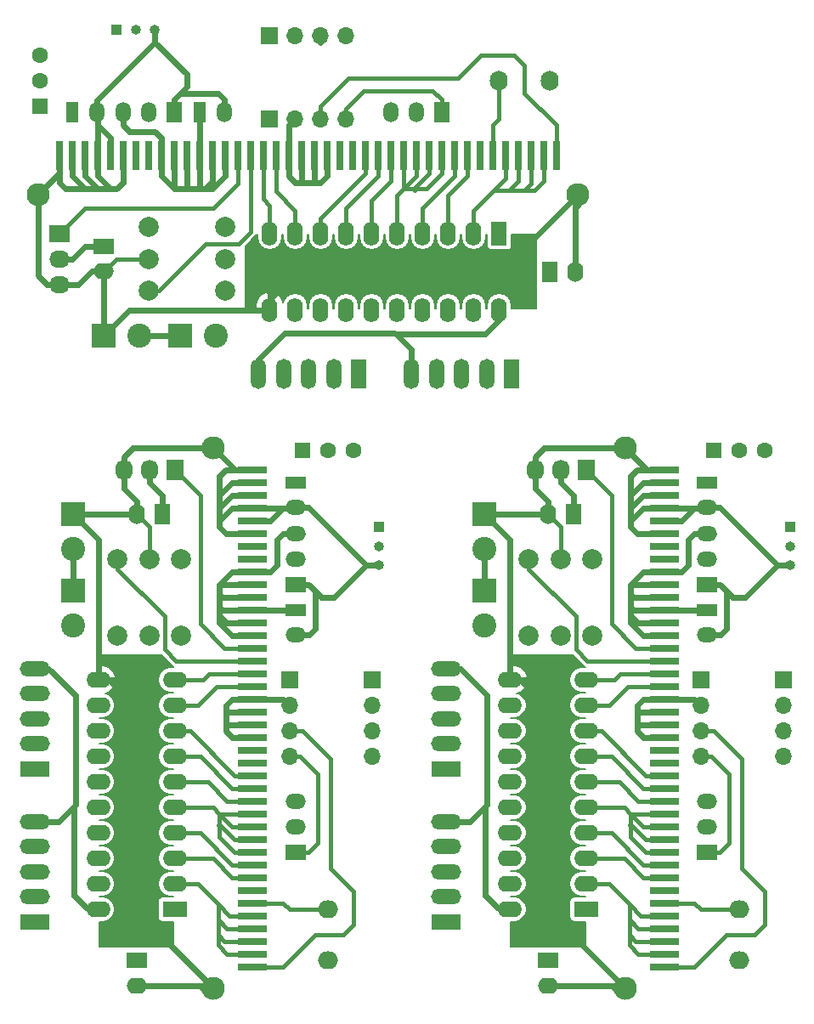
<source format=gtl>
%MOIN*%
%OFA0B0*%
%FSLAX46Y46*%
%IPPOS*%
%LPD*%
%ADD10C,0.0039370078740157488*%
%ADD11R,0.11811023622047245X0.059055118110236227*%
%ADD12O,0.11811023622047245X0.059055118110236227*%
%ADD13R,0.03937007874015748X0.03937007874015748*%
%ADD14O,0.03937007874015748X0.03937007874015748*%
%ADD15R,0.066929133858267723X0.066929133858267723*%
%ADD16O,0.066929133858267723X0.066929133858267723*%
%ADD17O,0.07874015748031496X0.07*%
%ADD18R,0.07874015748031496X0.051181102362204731*%
%ADD19O,0.07874015748031496X0.059055118110236227*%
%ADD20R,0.062992125984251982X0.07874015748031496*%
%ADD21O,0.062992125984251982X0.07874015748031496*%
%ADD22O,0.07874015748031496X0.062992125984251982*%
%ADD23R,0.07874015748031496X0.062992125984251982*%
%ADD24O,0.07874015748031496X0.059842519685039376*%
%ADD25R,0.07874015748031496X0.059842519685039376*%
%ADD26R,0.068X0.08*%
%ADD27O,0.068X0.08*%
%ADD28C,0.094488188976377951*%
%ADD29R,0.094488188976377951X0.094488188976377951*%
%ADD30C,0.0905511811023622*%
%ADD31R,0.1141732283464567X0.031496062992125991*%
%ADD32C,0.07874015748031496*%
%ADD33R,0.059055118110236227X0.059055118110236227*%
%ADD34C,0.062992125984251982*%
%ADD35R,0.094488188976377951X0.062992125984251982*%
%ADD36O,0.094488188976377951X0.062992125984251982*%
%ADD37C,0.016*%
%ADD38C,0.024000000000000004*%
%ADD39C,0.0078740157480314977*%
%ADD50C,0.0039370078740157488*%
%ADD51R,0.059055118110236227X0.11811023622047245*%
%ADD52O,0.059055118110236227X0.11811023622047245*%
%ADD53R,0.03937007874015748X0.03937007874015748*%
%ADD54O,0.03937007874015748X0.03937007874015748*%
%ADD55R,0.066929133858267723X0.066929133858267723*%
%ADD56O,0.066929133858267723X0.066929133858267723*%
%ADD57O,0.07X0.07874015748031496*%
%ADD58R,0.051181102362204731X0.07874015748031496*%
%ADD59O,0.059055118110236227X0.07874015748031496*%
%ADD60R,0.07874015748031496X0.062992125984251982*%
%ADD61O,0.07874015748031496X0.062992125984251982*%
%ADD62O,0.062992125984251982X0.07874015748031496*%
%ADD63R,0.062992125984251982X0.07874015748031496*%
%ADD64O,0.059842519685039376X0.07874015748031496*%
%ADD65R,0.059842519685039376X0.07874015748031496*%
%ADD66R,0.08X0.068*%
%ADD67O,0.08X0.068*%
%ADD68C,0.094488188976377951*%
%ADD69R,0.094488188976377951X0.094488188976377951*%
%ADD70C,0.0905511811023622*%
%ADD71R,0.031496062992125991X0.1141732283464567*%
%ADD72C,0.07874015748031496*%
%ADD73R,0.059055118110236227X0.059055118110236227*%
%ADD74C,0.062992125984251982*%
%ADD75R,0.062992125984251982X0.094488188976377951*%
%ADD76O,0.062992125984251982X0.094488188976377951*%
%ADD77C,0.016*%
%ADD78C,0.024000000000000004*%
%ADD79C,0.0078740157480314977*%
%ADD80C,0.0039370078740157488*%
%ADD81R,0.11811023622047245X0.059055118110236227*%
%ADD82O,0.11811023622047245X0.059055118110236227*%
%ADD83R,0.03937007874015748X0.03937007874015748*%
%ADD84O,0.03937007874015748X0.03937007874015748*%
%ADD85R,0.066929133858267723X0.066929133858267723*%
%ADD86O,0.066929133858267723X0.066929133858267723*%
%ADD87O,0.07874015748031496X0.07*%
%ADD88R,0.07874015748031496X0.051181102362204731*%
%ADD89O,0.07874015748031496X0.059055118110236227*%
%ADD90R,0.062992125984251982X0.07874015748031496*%
%ADD91O,0.062992125984251982X0.07874015748031496*%
%ADD92O,0.07874015748031496X0.062992125984251982*%
%ADD93R,0.07874015748031496X0.062992125984251982*%
%ADD94O,0.07874015748031496X0.059842519685039376*%
%ADD95R,0.07874015748031496X0.059842519685039376*%
%ADD96R,0.068X0.08*%
%ADD97O,0.068X0.08*%
%ADD98C,0.094488188976377951*%
%ADD99R,0.094488188976377951X0.094488188976377951*%
%ADD100C,0.0905511811023622*%
%ADD101R,0.1141732283464567X0.031496062992125991*%
%ADD102C,0.07874015748031496*%
%ADD103R,0.059055118110236227X0.059055118110236227*%
%ADD104C,0.062992125984251982*%
%ADD105R,0.094488188976377951X0.062992125984251982*%
%ADD106O,0.094488188976377951X0.062992125984251982*%
%ADD107C,0.016*%
%ADD108C,0.024000000000000004*%
%ADD109C,0.0078740157480314977*%
G01*
D10*
D11*
X-0004799999Y0004650000D02*
X0000100000Y0000350000D03*
D12*
X0000100000Y0000448425D03*
X0000100000Y0000546850D03*
X0000100000Y0000645275D03*
X0000100000Y0000743700D03*
D11*
X0000100000Y0000950000D03*
D12*
X0000100000Y0001048425D03*
X0000100000Y0001146850D03*
X0000100000Y0001245275D03*
X0000100000Y0001343700D03*
D13*
X0001450000Y0001900000D03*
D14*
X0001450000Y0001825000D03*
X0001450000Y0001750000D03*
D15*
X0001100000Y0001300000D03*
D16*
X0001100000Y0001200000D03*
X0001100000Y0001100000D03*
X0001100000Y0001000000D03*
D15*
X0001425000Y0001300000D03*
D16*
X0001425000Y0001200000D03*
X0001425000Y0001100000D03*
X0001425000Y0001000000D03*
D17*
X0001250000Y0000200000D03*
X0001250000Y0000400000D03*
D18*
X0001125000Y0001575000D03*
D19*
X0001125000Y0001476574D03*
D18*
X0001125000Y0002075000D03*
D19*
X0001125000Y0001976574D03*
D20*
X0000600000Y0001950000D03*
D21*
X0000501574Y0001950000D03*
D22*
X0000500000Y0000101574D03*
D23*
X0000500000Y0000200000D03*
D24*
X0001125000Y0001775000D03*
X0001125000Y0001875000D03*
D25*
X0001125000Y0001675000D03*
D24*
X0001125000Y0000725000D03*
X0001125000Y0000825000D03*
D25*
X0001125000Y0000625000D03*
D26*
X0000650000Y0002125000D03*
D27*
X0000550000Y0002125000D03*
X0000450000Y0002125000D03*
D28*
X0000250000Y0001812204D03*
D29*
X0000250000Y0001950000D03*
D28*
X0000250000Y0001512204D03*
D29*
X0000250000Y0001650000D03*
D30*
X0000802755Y0002209055D03*
D31*
X0000956299Y0000175000D03*
X0000956299Y0000275000D03*
X0000956299Y0000375000D03*
X0000956299Y0000475000D03*
X0000956299Y0000575000D03*
X0000956299Y0000675000D03*
X0000956299Y0000775000D03*
X0000956299Y0000875000D03*
X0000956299Y0000975000D03*
X0000956299Y0001075000D03*
X0000956299Y0001175000D03*
X0000956299Y0001275000D03*
X0000956299Y0001375000D03*
X0000956299Y0001475000D03*
X0000956299Y0001575000D03*
X0000956299Y0001675000D03*
X0000956299Y0001775000D03*
X0000956299Y0001875000D03*
X0000956299Y0001975000D03*
X0000956299Y0002075000D03*
X0000956299Y0000225000D03*
X0000956299Y0000325000D03*
X0000956299Y0000425000D03*
X0000956299Y0000525000D03*
X0000956299Y0000625000D03*
X0000956299Y0000725000D03*
X0000956299Y0000825000D03*
X0000956299Y0000925000D03*
X0000956299Y0001025000D03*
X0000956299Y0001125000D03*
X0000956299Y0001225000D03*
X0000956299Y0001325000D03*
X0000956299Y0001425000D03*
X0000956299Y0001525000D03*
X0000956299Y0001625000D03*
X0000956299Y0001725000D03*
X0000956299Y0001825000D03*
X0000956299Y0001925000D03*
X0000956299Y0002025000D03*
X0000956299Y0002125000D03*
D30*
X0000802755Y0000090944D03*
D32*
X0000425000Y0001475000D03*
X0000425000Y0001775000D03*
X0000550000Y0001775000D03*
X0000550000Y0001475000D03*
X0000675000Y0001475000D03*
X0000675000Y0001775000D03*
D33*
X0001150000Y0002200000D03*
D34*
X0001250000Y0002200000D03*
X0001350000Y0002200000D03*
D35*
X0000650000Y0000400000D03*
D36*
X0000350000Y0001300000D03*
X0000650000Y0000500000D03*
X0000350000Y0001200000D03*
X0000650000Y0000600000D03*
X0000350000Y0001100000D03*
X0000650000Y0000700000D03*
X0000350000Y0001000000D03*
X0000650000Y0000800000D03*
X0000350000Y0000900000D03*
X0000650000Y0000900000D03*
X0000350000Y0000800000D03*
X0000650000Y0001000000D03*
X0000350000Y0000700000D03*
X0000650000Y0001100000D03*
X0000350000Y0000600000D03*
X0000650000Y0001200000D03*
X0000350000Y0000500000D03*
X0000650000Y0001300000D03*
X0000350000Y0000400000D03*
D37*
X0000550000Y0001775000D02*
X0000550000Y0001901574D01*
X0000550000Y0001901574D02*
X0000501574Y0001950000D01*
D38*
X0000350000Y0001300000D02*
X0000350000Y0001850000D01*
X0000350000Y0001850000D02*
X0000250000Y0001950000D01*
X0000350000Y0001300000D02*
X0000390000Y0001300000D01*
X0000390000Y0001300000D02*
X0000500000Y0001190000D01*
X0000500000Y0000393700D02*
X0000802755Y0000090944D01*
X0000500000Y0001190000D02*
X0000500000Y0000393700D01*
X0000350000Y0001300000D02*
X0000370000Y0001300000D01*
X0001450000Y0001750000D02*
X0001400000Y0001750000D01*
X0001400000Y0001750000D02*
X0001173425Y0001976574D01*
X0001173425Y0001976574D02*
X0001125000Y0001976574D01*
X0001225000Y0001625000D02*
X0001200000Y0001650000D01*
X0001275000Y0001625000D02*
X0001225000Y0001625000D01*
X0001400000Y0001750000D02*
X0001275000Y0001625000D01*
X0001125000Y0001476574D02*
X0001176574Y0001476574D01*
X0001175000Y0001675000D02*
X0001125000Y0001675000D01*
X0001200000Y0001650000D02*
X0001175000Y0001675000D01*
X0001200000Y0001500000D02*
X0001200000Y0001650000D01*
X0001176574Y0001476574D02*
X0001200000Y0001500000D01*
X0001125000Y0001976574D02*
X0001148425Y0001976574D01*
X0001100000Y0001975000D02*
X0001123425Y0001975000D01*
X0001123425Y0001975000D02*
X0001125000Y0001976574D01*
X0001125000Y0001675000D02*
X0001150000Y0001675000D01*
X0000956299Y0001925000D02*
X0001025000Y0001925000D01*
X0001025000Y0001925000D02*
X0001075000Y0001975000D01*
X0000956299Y0001975000D02*
X0000875000Y0001975000D01*
X0000875000Y0001975000D02*
X0000825000Y0001925000D01*
X0000956299Y0002025000D02*
X0000875000Y0002025000D01*
X0000875000Y0002025000D02*
X0000825000Y0001975000D01*
X0000956299Y0002075000D02*
X0000875000Y0002075000D01*
X0000875000Y0002075000D02*
X0000825000Y0002025000D01*
X0000956299Y0001875000D02*
X0000850000Y0001875000D01*
X0000850000Y0001875000D02*
X0000825000Y0001900000D01*
X0000825000Y0001900000D02*
X0000825000Y0001925000D01*
X0000850000Y0002125000D02*
X0000956299Y0002125000D01*
X0000825000Y0002100000D02*
X0000850000Y0002125000D01*
X0000825000Y0001925000D02*
X0000825000Y0001975000D01*
X0000825000Y0001975000D02*
X0000825000Y0002025000D01*
X0000825000Y0002025000D02*
X0000825000Y0002100000D01*
X0000802755Y0000090944D02*
X0000759055Y0000090944D01*
X0000500000Y0000101574D02*
X0000792126Y0000101574D01*
X0000792126Y0000101574D02*
X0000802755Y0000090944D01*
X0001101574Y0001301574D02*
X0001100000Y0001300000D01*
X0000802755Y0002209055D02*
X0000484055Y0002209055D01*
X0000450000Y0002175000D02*
X0000450000Y0002125000D01*
X0000484055Y0002209055D02*
X0000450000Y0002175000D01*
X0000501574Y0001950000D02*
X0000501574Y0001998425D01*
X0000501574Y0001998425D02*
X0000450000Y0002050000D01*
X0000450000Y0002050000D02*
X0000450000Y0002125000D01*
X0000250000Y0001950000D02*
X0000501574Y0001950000D01*
X0000956299Y0001975000D02*
X0001100000Y0001975000D01*
X0001100000Y0001975000D02*
X0001101574Y0001975000D01*
X0000956299Y0002125000D02*
X0000886811Y0002125000D01*
X0000886811Y0002125000D02*
X0000802755Y0002209055D01*
X0001075000Y0001975000D02*
X0001101574Y0001975000D01*
X0000956299Y0001525000D02*
X0000855000Y0001525000D01*
X0000855000Y0001525000D02*
X0000825000Y0001555000D01*
X0000956299Y0001575000D02*
X0000825000Y0001575000D01*
X0000830000Y0001580000D02*
X0000825000Y0001580000D01*
X0000825000Y0001575000D02*
X0000830000Y0001580000D01*
X0000956299Y0001625000D02*
X0000825000Y0001625000D01*
X0000830000Y0001630000D02*
X0000825000Y0001630000D01*
X0000825000Y0001625000D02*
X0000830000Y0001630000D01*
X0000956299Y0001475000D02*
X0000875000Y0001475000D01*
X0000875000Y0001475000D02*
X0000825000Y0001525000D01*
X0000825000Y0001525000D02*
X0000825000Y0001555000D01*
X0000825000Y0001555000D02*
X0000825000Y0001580000D01*
X0000825000Y0001580000D02*
X0000825000Y0001630000D01*
X0000825000Y0001630000D02*
X0000825000Y0001675000D01*
X0000956299Y0001725000D02*
X0001025000Y0001725000D01*
X0001075000Y0001875000D02*
X0001125000Y0001875000D01*
X0001050000Y0001850000D02*
X0001075000Y0001875000D01*
X0001050000Y0001750000D02*
X0001050000Y0001850000D01*
X0001025000Y0001725000D02*
X0001050000Y0001750000D01*
X0001125000Y0001575000D02*
X0001100000Y0001575000D01*
X0001100000Y0001575000D02*
X0000956299Y0001575000D01*
X0000956299Y0001675000D02*
X0000825000Y0001675000D01*
X0000956299Y0001725000D02*
X0000875000Y0001725000D01*
X0000875000Y0001725000D02*
X0000825000Y0001675000D01*
X0001125000Y0001875000D02*
X0001150000Y0001875000D01*
D37*
X0000956299Y0000175000D02*
X0001075000Y0000175000D01*
X0001150000Y0001100000D02*
X0001100000Y0001100000D01*
X0001260000Y0000990000D02*
X0001150000Y0001100000D01*
X0001260000Y0000910000D02*
X0001260000Y0000990000D01*
X0001260000Y0000560000D02*
X0001260000Y0000910000D01*
X0001350000Y0000470000D02*
X0001260000Y0000560000D01*
X0001350000Y0000339999D02*
X0001350000Y0000470000D01*
X0001310000Y0000300000D02*
X0001350000Y0000339999D01*
X0001200000Y0000300000D02*
X0001310000Y0000300000D01*
X0001075000Y0000175000D02*
X0001200000Y0000300000D01*
D38*
X0001400000Y0001100000D02*
X0001425000Y0001100000D01*
D37*
X0000956299Y0000325000D02*
X0000855000Y0000325000D01*
X0000855000Y0000325000D02*
X0000820000Y0000360000D01*
X0000956299Y0000275000D02*
X0000845000Y0000275000D01*
X0000845000Y0000275000D02*
X0000820000Y0000300000D01*
X0000956299Y0000225000D02*
X0000855000Y0000225000D01*
X0000820000Y0000260000D02*
X0000820000Y0000300000D01*
X0000820000Y0000300000D02*
X0000820000Y0000360000D01*
X0000820000Y0000360000D02*
X0000820000Y0000420000D01*
X0000855000Y0000225000D02*
X0000820000Y0000260000D01*
X0000956299Y0000375000D02*
X0000865000Y0000375000D01*
X0000740000Y0000500000D02*
X0000650000Y0000500000D01*
X0000865000Y0000375000D02*
X0000820000Y0000420000D01*
X0000820000Y0000420000D02*
X0000740000Y0000500000D01*
X0000956299Y0000575000D02*
X0000875000Y0000575000D01*
X0000750000Y0000700000D02*
X0000650000Y0000700000D01*
X0000875000Y0000575000D02*
X0000750000Y0000700000D01*
X0000956299Y0000725000D02*
X0000875000Y0000725000D01*
X0000875000Y0000725000D02*
X0000825000Y0000775000D01*
X0000956299Y0000675000D02*
X0000885000Y0000675000D01*
X0000820000Y0000730000D02*
X0000825000Y0000730000D01*
X0000825000Y0000735000D02*
X0000820000Y0000730000D01*
X0000885000Y0000675000D02*
X0000825000Y0000735000D01*
X0000956299Y0000625000D02*
X0000885000Y0000625000D01*
X0000825000Y0000685000D02*
X0000825000Y0000730000D01*
X0000825000Y0000730000D02*
X0000825000Y0000775000D01*
X0000885000Y0000625000D02*
X0000825000Y0000685000D01*
X0000956299Y0000775000D02*
X0000825000Y0000775000D01*
X0000800000Y0000800000D02*
X0000650000Y0000800000D01*
X0000825000Y0000775000D02*
X0000800000Y0000800000D01*
X0000956299Y0000875000D02*
X0000875000Y0000875000D01*
X0000750000Y0001000000D02*
X0000650000Y0001000000D01*
X0000875000Y0000875000D02*
X0000750000Y0001000000D01*
D38*
X0000956299Y0001175000D02*
X0000850000Y0001175000D01*
X0000956299Y0001125000D02*
X0000850000Y0001125000D01*
X0000956299Y0001075000D02*
X0000875000Y0001075000D01*
X0000875000Y0001225000D02*
X0000956299Y0001225000D01*
X0000850000Y0001200000D02*
X0000875000Y0001225000D01*
X0000850000Y0001100000D02*
X0000850000Y0001125000D01*
X0000850000Y0001125000D02*
X0000850000Y0001175000D01*
X0000850000Y0001175000D02*
X0000850000Y0001200000D01*
X0000875000Y0001075000D02*
X0000850000Y0001100000D01*
X0000956299Y0001225000D02*
X0001075000Y0001225000D01*
X0001075000Y0001225000D02*
X0001100000Y0001200000D01*
D37*
X0000956299Y0001275000D02*
X0000815000Y0001275000D01*
X0000740000Y0001200000D02*
X0000650000Y0001200000D01*
X0000815000Y0001275000D02*
X0000740000Y0001200000D01*
D38*
X0000650000Y0001200000D02*
X0000625000Y0001200000D01*
D37*
X0000956299Y0001375000D02*
X0000655000Y0001375000D01*
X0000425000Y0001735000D02*
X0000425000Y0001775000D01*
X0000610000Y0001550000D02*
X0000425000Y0001735000D01*
X0000610000Y0001420000D02*
X0000610000Y0001550000D01*
X0000655000Y0001375000D02*
X0000610000Y0001420000D01*
X0000956299Y0000425000D02*
X0001075000Y0000425000D01*
X0001100000Y0000400000D02*
X0001250000Y0000400000D01*
X0001075000Y0000425000D02*
X0001100000Y0000400000D01*
X0000956299Y0000525000D02*
X0000875000Y0000525000D01*
X0000800000Y0000600000D02*
X0000650000Y0000600000D01*
X0000875000Y0000525000D02*
X0000800000Y0000600000D01*
X0000956299Y0000825000D02*
X0000855000Y0000825000D01*
X0000780000Y0000900000D02*
X0000650000Y0000900000D01*
X0000855000Y0000825000D02*
X0000780000Y0000900000D01*
X0000956299Y0000925000D02*
X0000885000Y0000925000D01*
X0000710000Y0001100000D02*
X0000650000Y0001100000D01*
X0000885000Y0000925000D02*
X0000710000Y0001100000D01*
X0000956299Y0001325000D02*
X0000785000Y0001325000D01*
X0000760000Y0001300000D02*
X0000650000Y0001300000D01*
X0000785000Y0001325000D02*
X0000760000Y0001300000D01*
X0000956299Y0001425000D02*
X0000845000Y0001425000D01*
X0000750000Y0002025000D02*
X0000650000Y0002125000D01*
X0000750000Y0001520000D02*
X0000750000Y0002025000D01*
X0000845000Y0001425000D02*
X0000750000Y0001520000D01*
D38*
X0000650000Y0002100000D02*
X0000650000Y0002125000D01*
X0000255000Y0000805000D02*
X0000255000Y0000455000D01*
X0000255000Y0000455000D02*
X0000310000Y0000400000D01*
X0000310000Y0000400000D02*
X0000350000Y0000400000D01*
X0000100000Y0001343700D02*
X0000156299Y0001343700D01*
X0000156299Y0001343700D02*
X0000260000Y0001240000D01*
X0000193700Y0000743700D02*
X0000100000Y0000743700D01*
X0000260000Y0000810000D02*
X0000255000Y0000805000D01*
X0000255000Y0000805000D02*
X0000193700Y0000743700D01*
X0000260000Y0001240000D02*
X0000260000Y0000810000D01*
X0000550000Y0002125000D02*
X0000550000Y0002075000D01*
X0000550000Y0002075000D02*
X0000600000Y0002025000D01*
X0000600000Y0002025000D02*
X0000600000Y0001950000D01*
X0000250000Y0001812204D02*
X0000250000Y0001650000D01*
D37*
X0001125000Y0000625000D02*
X0001175000Y0000625000D01*
X0001140000Y0001000000D02*
X0001100000Y0001000000D01*
X0001210000Y0000930000D02*
X0001140000Y0001000000D01*
X0001210000Y0000660000D02*
X0001210000Y0000930000D01*
X0001175000Y0000625000D02*
X0001210000Y0000660000D01*
X0001125000Y0000625000D02*
X0001135000Y0000625000D01*
D38*
X0001125000Y0000625000D02*
X0001100000Y0000625000D01*
X0001125000Y0000625000D02*
X0001150000Y0000625000D01*
X0001125000Y0000625000D02*
X0001100000Y0000625000D01*
D39*
G36*
X0000636815Y0001356815D02*
X0000645158Y0001351241D01*
X0000646063Y0001351061D01*
X0000646063Y0001349212D01*
X0000632979Y0001349212D01*
X0000614146Y0001345466D01*
X0000598180Y0001334798D01*
X0000587512Y0001318832D01*
X0000583766Y0001300000D01*
X0000587512Y0001281167D01*
X0000598180Y0001265201D01*
X0000614146Y0001254533D01*
X0000632979Y0001250787D01*
X0000646063Y0001250787D01*
X0000646063Y0001249212D01*
X0000632979Y0001249212D01*
X0000614146Y0001245466D01*
X0000598180Y0001234798D01*
X0000587512Y0001218832D01*
X0000583766Y0001200000D01*
X0000587512Y0001181167D01*
X0000598180Y0001165201D01*
X0000614146Y0001154533D01*
X0000632979Y0001150787D01*
X0000646063Y0001150787D01*
X0000646063Y0001149212D01*
X0000632979Y0001149212D01*
X0000614146Y0001145466D01*
X0000598180Y0001134798D01*
X0000587512Y0001118832D01*
X0000583766Y0001100000D01*
X0000587512Y0001081167D01*
X0000598180Y0001065201D01*
X0000614146Y0001054533D01*
X0000632979Y0001050787D01*
X0000646063Y0001050787D01*
X0000646063Y0001049212D01*
X0000632979Y0001049212D01*
X0000614146Y0001045466D01*
X0000598180Y0001034798D01*
X0000587512Y0001018832D01*
X0000583766Y0001000000D01*
X0000587512Y0000981167D01*
X0000598180Y0000965201D01*
X0000614146Y0000954533D01*
X0000632979Y0000950787D01*
X0000646063Y0000950787D01*
X0000646063Y0000949212D01*
X0000632979Y0000949212D01*
X0000614146Y0000945466D01*
X0000598180Y0000934798D01*
X0000587512Y0000918832D01*
X0000583766Y0000900000D01*
X0000587512Y0000881167D01*
X0000598180Y0000865201D01*
X0000614146Y0000854533D01*
X0000632979Y0000850787D01*
X0000646063Y0000850787D01*
X0000646063Y0000849212D01*
X0000632979Y0000849212D01*
X0000614146Y0000845466D01*
X0000598180Y0000834798D01*
X0000587512Y0000818832D01*
X0000583766Y0000800000D01*
X0000587512Y0000781167D01*
X0000598180Y0000765201D01*
X0000614146Y0000754533D01*
X0000632979Y0000750787D01*
X0000646063Y0000750787D01*
X0000646063Y0000749212D01*
X0000632979Y0000749212D01*
X0000614146Y0000745466D01*
X0000598180Y0000734798D01*
X0000587512Y0000718832D01*
X0000583766Y0000700000D01*
X0000587512Y0000681167D01*
X0000598180Y0000665201D01*
X0000614146Y0000654533D01*
X0000632979Y0000650787D01*
X0000646063Y0000650787D01*
X0000646063Y0000649212D01*
X0000632979Y0000649212D01*
X0000614146Y0000645466D01*
X0000598180Y0000634798D01*
X0000587512Y0000618832D01*
X0000583766Y0000600000D01*
X0000587512Y0000581167D01*
X0000598180Y0000565201D01*
X0000614146Y0000554533D01*
X0000632979Y0000550787D01*
X0000646063Y0000550787D01*
X0000646063Y0000549212D01*
X0000632979Y0000549212D01*
X0000614146Y0000545466D01*
X0000598180Y0000534798D01*
X0000587512Y0000518832D01*
X0000583766Y0000500000D01*
X0000587512Y0000481167D01*
X0000598180Y0000465201D01*
X0000614146Y0000454533D01*
X0000632979Y0000450787D01*
X0000646063Y0000450787D01*
X0000646063Y0000449559D01*
X0000602755Y0000449559D01*
X0000596190Y0000448324D01*
X0000590160Y0000444444D01*
X0000586115Y0000438523D01*
X0000584692Y0000431496D01*
X0000584692Y0000368503D01*
X0000585927Y0000361938D01*
X0000589807Y0000355908D01*
X0000595728Y0000351863D01*
X0000602755Y0000350440D01*
X0000646063Y0000350440D01*
X0000646063Y0000253937D01*
X0000353937Y0000253937D01*
X0000353937Y0000350787D01*
X0000367020Y0000350787D01*
X0000385853Y0000354533D01*
X0000401819Y0000365201D01*
X0000412487Y0000381167D01*
X0000416233Y0000400000D01*
X0000412487Y0000418832D01*
X0000401819Y0000434798D01*
X0000385853Y0000445466D01*
X0000367020Y0000449212D01*
X0000353937Y0000449212D01*
X0000353937Y0000450787D01*
X0000367020Y0000450787D01*
X0000385853Y0000454533D01*
X0000401819Y0000465201D01*
X0000412487Y0000481167D01*
X0000416233Y0000500000D01*
X0000412487Y0000518832D01*
X0000401819Y0000534798D01*
X0000385853Y0000545466D01*
X0000367020Y0000549212D01*
X0000353937Y0000549212D01*
X0000353937Y0000550787D01*
X0000367020Y0000550787D01*
X0000385853Y0000554533D01*
X0000401819Y0000565201D01*
X0000412487Y0000581167D01*
X0000416233Y0000600000D01*
X0000412487Y0000618832D01*
X0000401819Y0000634798D01*
X0000385853Y0000645466D01*
X0000367020Y0000649212D01*
X0000353937Y0000649212D01*
X0000353937Y0000650787D01*
X0000367020Y0000650787D01*
X0000385853Y0000654533D01*
X0000401819Y0000665201D01*
X0000412487Y0000681167D01*
X0000416233Y0000700000D01*
X0000412487Y0000718832D01*
X0000401819Y0000734798D01*
X0000385853Y0000745466D01*
X0000367020Y0000749212D01*
X0000353937Y0000749212D01*
X0000353937Y0000750787D01*
X0000367020Y0000750787D01*
X0000385853Y0000754533D01*
X0000401819Y0000765201D01*
X0000412487Y0000781167D01*
X0000416233Y0000800000D01*
X0000412487Y0000818832D01*
X0000401819Y0000834798D01*
X0000385853Y0000845466D01*
X0000367020Y0000849212D01*
X0000353937Y0000849212D01*
X0000353937Y0000850787D01*
X0000367020Y0000850787D01*
X0000385853Y0000854533D01*
X0000401819Y0000865201D01*
X0000412487Y0000881167D01*
X0000416233Y0000900000D01*
X0000412487Y0000918832D01*
X0000401819Y0000934798D01*
X0000385853Y0000945466D01*
X0000367020Y0000949212D01*
X0000353937Y0000949212D01*
X0000353937Y0000950787D01*
X0000367020Y0000950787D01*
X0000385853Y0000954533D01*
X0000401819Y0000965201D01*
X0000412487Y0000981167D01*
X0000416233Y0001000000D01*
X0000412487Y0001018832D01*
X0000401819Y0001034798D01*
X0000385853Y0001045466D01*
X0000367020Y0001049212D01*
X0000353937Y0001049212D01*
X0000353937Y0001050787D01*
X0000367020Y0001050787D01*
X0000385853Y0001054533D01*
X0000401819Y0001065201D01*
X0000412487Y0001081167D01*
X0000416233Y0001100000D01*
X0000412487Y0001118832D01*
X0000401819Y0001134798D01*
X0000385853Y0001145466D01*
X0000367020Y0001149212D01*
X0000353937Y0001149212D01*
X0000353937Y0001150787D01*
X0000367020Y0001150787D01*
X0000385853Y0001154533D01*
X0000401819Y0001165201D01*
X0000412487Y0001181167D01*
X0000416233Y0001200000D01*
X0000412487Y0001218832D01*
X0000401819Y0001234798D01*
X0000385853Y0001245466D01*
X0000378994Y0001246830D01*
X0000392562Y0001251106D01*
X0000409232Y0001265090D01*
X0000419221Y0001285392D01*
X0000414823Y0001293937D01*
X0000356063Y0001293937D01*
X0000356063Y0001293149D01*
X0000353937Y0001293149D01*
X0000353937Y0001306850D01*
X0000356063Y0001306850D01*
X0000356063Y0001306062D01*
X0000414823Y0001306062D01*
X0000419221Y0001314607D01*
X0000409232Y0001334909D01*
X0000392562Y0001348893D01*
X0000371811Y0001355433D01*
X0000353937Y0001355433D01*
X0000353937Y0001396062D01*
X0000597568Y0001396062D01*
X0000636815Y0001356815D01*
X0000636815Y0001356815D01*
G37*
X0000636815Y0001356815D02*
X0000645158Y0001351241D01*
X0000646063Y0001351061D01*
X0000646063Y0001349212D01*
X0000632979Y0001349212D01*
X0000614146Y0001345466D01*
X0000598180Y0001334798D01*
X0000587512Y0001318832D01*
X0000583766Y0001300000D01*
X0000587512Y0001281167D01*
X0000598180Y0001265201D01*
X0000614146Y0001254533D01*
X0000632979Y0001250787D01*
X0000646063Y0001250787D01*
X0000646063Y0001249212D01*
X0000632979Y0001249212D01*
X0000614146Y0001245466D01*
X0000598180Y0001234798D01*
X0000587512Y0001218832D01*
X0000583766Y0001200000D01*
X0000587512Y0001181167D01*
X0000598180Y0001165201D01*
X0000614146Y0001154533D01*
X0000632979Y0001150787D01*
X0000646063Y0001150787D01*
X0000646063Y0001149212D01*
X0000632979Y0001149212D01*
X0000614146Y0001145466D01*
X0000598180Y0001134798D01*
X0000587512Y0001118832D01*
X0000583766Y0001100000D01*
X0000587512Y0001081167D01*
X0000598180Y0001065201D01*
X0000614146Y0001054533D01*
X0000632979Y0001050787D01*
X0000646063Y0001050787D01*
X0000646063Y0001049212D01*
X0000632979Y0001049212D01*
X0000614146Y0001045466D01*
X0000598180Y0001034798D01*
X0000587512Y0001018832D01*
X0000583766Y0001000000D01*
X0000587512Y0000981167D01*
X0000598180Y0000965201D01*
X0000614146Y0000954533D01*
X0000632979Y0000950787D01*
X0000646063Y0000950787D01*
X0000646063Y0000949212D01*
X0000632979Y0000949212D01*
X0000614146Y0000945466D01*
X0000598180Y0000934798D01*
X0000587512Y0000918832D01*
X0000583766Y0000900000D01*
X0000587512Y0000881167D01*
X0000598180Y0000865201D01*
X0000614146Y0000854533D01*
X0000632979Y0000850787D01*
X0000646063Y0000850787D01*
X0000646063Y0000849212D01*
X0000632979Y0000849212D01*
X0000614146Y0000845466D01*
X0000598180Y0000834798D01*
X0000587512Y0000818832D01*
X0000583766Y0000800000D01*
X0000587512Y0000781167D01*
X0000598180Y0000765201D01*
X0000614146Y0000754533D01*
X0000632979Y0000750787D01*
X0000646063Y0000750787D01*
X0000646063Y0000749212D01*
X0000632979Y0000749212D01*
X0000614146Y0000745466D01*
X0000598180Y0000734798D01*
X0000587512Y0000718832D01*
X0000583766Y0000700000D01*
X0000587512Y0000681167D01*
X0000598180Y0000665201D01*
X0000614146Y0000654533D01*
X0000632979Y0000650787D01*
X0000646063Y0000650787D01*
X0000646063Y0000649212D01*
X0000632979Y0000649212D01*
X0000614146Y0000645466D01*
X0000598180Y0000634798D01*
X0000587512Y0000618832D01*
X0000583766Y0000600000D01*
X0000587512Y0000581167D01*
X0000598180Y0000565201D01*
X0000614146Y0000554533D01*
X0000632979Y0000550787D01*
X0000646063Y0000550787D01*
X0000646063Y0000549212D01*
X0000632979Y0000549212D01*
X0000614146Y0000545466D01*
X0000598180Y0000534798D01*
X0000587512Y0000518832D01*
X0000583766Y0000500000D01*
X0000587512Y0000481167D01*
X0000598180Y0000465201D01*
X0000614146Y0000454533D01*
X0000632979Y0000450787D01*
X0000646063Y0000450787D01*
X0000646063Y0000449559D01*
X0000602755Y0000449559D01*
X0000596190Y0000448324D01*
X0000590160Y0000444444D01*
X0000586115Y0000438523D01*
X0000584692Y0000431496D01*
X0000584692Y0000368503D01*
X0000585927Y0000361938D01*
X0000589807Y0000355908D01*
X0000595728Y0000351863D01*
X0000602755Y0000350440D01*
X0000646063Y0000350440D01*
X0000646063Y0000253937D01*
X0000353937Y0000253937D01*
X0000353937Y0000350787D01*
X0000367020Y0000350787D01*
X0000385853Y0000354533D01*
X0000401819Y0000365201D01*
X0000412487Y0000381167D01*
X0000416233Y0000400000D01*
X0000412487Y0000418832D01*
X0000401819Y0000434798D01*
X0000385853Y0000445466D01*
X0000367020Y0000449212D01*
X0000353937Y0000449212D01*
X0000353937Y0000450787D01*
X0000367020Y0000450787D01*
X0000385853Y0000454533D01*
X0000401819Y0000465201D01*
X0000412487Y0000481167D01*
X0000416233Y0000500000D01*
X0000412487Y0000518832D01*
X0000401819Y0000534798D01*
X0000385853Y0000545466D01*
X0000367020Y0000549212D01*
X0000353937Y0000549212D01*
X0000353937Y0000550787D01*
X0000367020Y0000550787D01*
X0000385853Y0000554533D01*
X0000401819Y0000565201D01*
X0000412487Y0000581167D01*
X0000416233Y0000600000D01*
X0000412487Y0000618832D01*
X0000401819Y0000634798D01*
X0000385853Y0000645466D01*
X0000367020Y0000649212D01*
X0000353937Y0000649212D01*
X0000353937Y0000650787D01*
X0000367020Y0000650787D01*
X0000385853Y0000654533D01*
X0000401819Y0000665201D01*
X0000412487Y0000681167D01*
X0000416233Y0000700000D01*
X0000412487Y0000718832D01*
X0000401819Y0000734798D01*
X0000385853Y0000745466D01*
X0000367020Y0000749212D01*
X0000353937Y0000749212D01*
X0000353937Y0000750787D01*
X0000367020Y0000750787D01*
X0000385853Y0000754533D01*
X0000401819Y0000765201D01*
X0000412487Y0000781167D01*
X0000416233Y0000800000D01*
X0000412487Y0000818832D01*
X0000401819Y0000834798D01*
X0000385853Y0000845466D01*
X0000367020Y0000849212D01*
X0000353937Y0000849212D01*
X0000353937Y0000850787D01*
X0000367020Y0000850787D01*
X0000385853Y0000854533D01*
X0000401819Y0000865201D01*
X0000412487Y0000881167D01*
X0000416233Y0000900000D01*
X0000412487Y0000918832D01*
X0000401819Y0000934798D01*
X0000385853Y0000945466D01*
X0000367020Y0000949212D01*
X0000353937Y0000949212D01*
X0000353937Y0000950787D01*
X0000367020Y0000950787D01*
X0000385853Y0000954533D01*
X0000401819Y0000965201D01*
X0000412487Y0000981167D01*
X0000416233Y0001000000D01*
X0000412487Y0001018832D01*
X0000401819Y0001034798D01*
X0000385853Y0001045466D01*
X0000367020Y0001049212D01*
X0000353937Y0001049212D01*
X0000353937Y0001050787D01*
X0000367020Y0001050787D01*
X0000385853Y0001054533D01*
X0000401819Y0001065201D01*
X0000412487Y0001081167D01*
X0000416233Y0001100000D01*
X0000412487Y0001118832D01*
X0000401819Y0001134798D01*
X0000385853Y0001145466D01*
X0000367020Y0001149212D01*
X0000353937Y0001149212D01*
X0000353937Y0001150787D01*
X0000367020Y0001150787D01*
X0000385853Y0001154533D01*
X0000401819Y0001165201D01*
X0000412487Y0001181167D01*
X0000416233Y0001200000D01*
X0000412487Y0001218832D01*
X0000401819Y0001234798D01*
X0000385853Y0001245466D01*
X0000378994Y0001246830D01*
X0000392562Y0001251106D01*
X0000409232Y0001265090D01*
X0000419221Y0001285392D01*
X0000414823Y0001293937D01*
X0000356063Y0001293937D01*
X0000356063Y0001293149D01*
X0000353937Y0001293149D01*
X0000353937Y0001306850D01*
X0000356063Y0001306850D01*
X0000356063Y0001306062D01*
X0000414823Y0001306062D01*
X0000419221Y0001314607D01*
X0000409232Y0001334909D01*
X0000392562Y0001348893D01*
X0000371811Y0001355433D01*
X0000353937Y0001355433D01*
X0000353937Y0001396062D01*
X0000597568Y0001396062D01*
X0000636815Y0001356815D01*
G04 next file*
G04 #@! TF.FileFunction,Copper,L1,Top,Signal*
G04 Gerber Fmt 4.6, Leading zero omitted, Abs format (unit mm)*
G04 Created by KiCad (PCBNEW 4.0.7) date 10/20/19 14:23:03*
G01*
G04 APERTURE LIST*
G04 APERTURE END LIST*
D50*
D51*
X-0002327165Y-0002398425D02*
X0001972834Y0002501574D03*
D52*
X0001874409Y0002501574D03*
X0001775984Y0002501574D03*
X0001677559Y0002501574D03*
X0001579133Y0002501574D03*
D51*
X0001372834Y0002501574D03*
D52*
X0001274409Y0002501574D03*
X0001175984Y0002501574D03*
X0001077559Y0002501574D03*
X0000979133Y0002501574D03*
D53*
X0000422834Y0003851574D03*
D54*
X0000497834Y0003851574D03*
X0000572834Y0003851574D03*
D55*
X0001022834Y0003501574D03*
D56*
X0001122834Y0003501574D03*
X0001222834Y0003501574D03*
X0001322834Y0003501574D03*
D55*
X0001022834Y0003826574D03*
D56*
X0001122834Y0003826574D03*
X0001222834Y0003826574D03*
X0001322834Y0003826574D03*
D57*
X0002122834Y0003651574D03*
X0001922834Y0003651574D03*
D58*
X0000747834Y0003526574D03*
D59*
X0000846259Y0003526574D03*
D58*
X0000247834Y0003526574D03*
D59*
X0000346259Y0003526574D03*
D60*
X0000372834Y0003001574D03*
D61*
X0000372834Y0002903149D03*
D62*
X0002221259Y0002901574D03*
D63*
X0002122834Y0002901574D03*
D64*
X0000547834Y0003526574D03*
X0000447834Y0003526574D03*
D65*
X0000647834Y0003526574D03*
D64*
X0001597834Y0003526574D03*
X0001497834Y0003526574D03*
D65*
X0001697834Y0003526574D03*
D66*
X0000197834Y0003051574D03*
D67*
X0000197834Y0002951574D03*
X0000197834Y0002851574D03*
D68*
X0000510629Y0002651574D03*
D69*
X0000372834Y0002651574D03*
D68*
X0000810629Y0002651574D03*
D69*
X0000672834Y0002651574D03*
D70*
X0000113779Y0003204330D03*
D71*
X0002147834Y0003357874D03*
X0002047834Y0003357874D03*
X0001947834Y0003357874D03*
X0001847834Y0003357874D03*
X0001747834Y0003357874D03*
X0001647834Y0003357874D03*
X0001547834Y0003357874D03*
X0001447834Y0003357874D03*
X0001347834Y0003357874D03*
X0001247834Y0003357874D03*
X0001147834Y0003357874D03*
X0001047834Y0003357874D03*
X0000947834Y0003357874D03*
X0000847834Y0003357874D03*
X0000747834Y0003357874D03*
X0000647834Y0003357874D03*
X0000547834Y0003357874D03*
X0000447834Y0003357874D03*
X0000347834Y0003357874D03*
X0000247834Y0003357874D03*
X0002097834Y0003357874D03*
X0001997834Y0003357874D03*
X0001897834Y0003357874D03*
X0001797834Y0003357874D03*
X0001697834Y0003357874D03*
X0001597834Y0003357874D03*
X0001497834Y0003357874D03*
X0001397834Y0003357874D03*
X0001297834Y0003357874D03*
X0001197834Y0003357874D03*
X0001097834Y0003357874D03*
X0000997834Y0003357874D03*
X0000897834Y0003357874D03*
X0000797834Y0003357874D03*
X0000697834Y0003357874D03*
X0000597834Y0003357874D03*
X0000497834Y0003357874D03*
X0000397834Y0003357874D03*
X0000297834Y0003357874D03*
X0000197834Y0003357874D03*
D70*
X0002231889Y0003204330D03*
D72*
X0000847834Y0002826574D03*
X0000547834Y0002826574D03*
X0000547834Y0002951574D03*
X0000847834Y0002951574D03*
X0000847834Y0003076574D03*
X0000547834Y0003076574D03*
D73*
X0000122834Y0003551574D03*
D74*
X0000122834Y0003651574D03*
X0000122834Y0003751574D03*
D75*
X0001922834Y0003051574D03*
D76*
X0001022834Y0002751574D03*
X0001822834Y0003051574D03*
X0001122834Y0002751574D03*
X0001722834Y0003051574D03*
X0001222834Y0002751574D03*
X0001622834Y0003051574D03*
X0001322834Y0002751574D03*
X0001522834Y0003051574D03*
X0001422834Y0002751574D03*
X0001422834Y0003051574D03*
X0001522834Y0002751574D03*
X0001322834Y0003051574D03*
X0001622834Y0002751574D03*
X0001222834Y0003051574D03*
X0001722834Y0002751574D03*
X0001122834Y0003051574D03*
X0001822834Y0002751574D03*
X0001022834Y0003051574D03*
X0001922834Y0002751574D03*
D77*
X0000547834Y0002951574D02*
X0000421259Y0002951574D01*
X0000421259Y0002951574D02*
X0000372834Y0002903149D01*
D78*
X0001022834Y0002751574D02*
X0000472834Y0002751574D01*
X0000472834Y0002751574D02*
X0000372834Y0002651574D01*
X0001022834Y0002751574D02*
X0001022834Y0002791574D01*
X0001022834Y0002791574D02*
X0001132834Y0002901574D01*
X0001929133Y0002901574D02*
X0002231889Y0003204330D01*
X0001132834Y0002901574D02*
X0001929133Y0002901574D01*
X0001022834Y0002751574D02*
X0001022834Y0002771574D01*
X0000572834Y0003851574D02*
X0000572834Y0003801574D01*
X0000572834Y0003801574D02*
X0000346259Y0003575000D01*
X0000346259Y0003575000D02*
X0000346259Y0003526574D01*
X0000697834Y0003626574D02*
X0000672834Y0003601574D01*
X0000697834Y0003676574D02*
X0000697834Y0003626574D01*
X0000572834Y0003801574D02*
X0000697834Y0003676574D01*
X0000846259Y0003526574D02*
X0000846259Y0003578149D01*
X0000647834Y0003576574D02*
X0000647834Y0003526574D01*
X0000672834Y0003601574D02*
X0000647834Y0003576574D01*
X0000822834Y0003601574D02*
X0000672834Y0003601574D01*
X0000846259Y0003578149D02*
X0000822834Y0003601574D01*
X0000346259Y0003526574D02*
X0000346259Y0003550000D01*
X0000347834Y0003501574D02*
X0000347834Y0003525000D01*
X0000347834Y0003525000D02*
X0000346259Y0003526574D01*
X0000647834Y0003526574D02*
X0000647834Y0003551574D01*
X0000397834Y0003357874D02*
X0000397834Y0003426574D01*
X0000397834Y0003426574D02*
X0000347834Y0003476574D01*
X0000347834Y0003357874D02*
X0000347834Y0003276574D01*
X0000347834Y0003276574D02*
X0000397834Y0003226574D01*
X0000297834Y0003357874D02*
X0000297834Y0003276574D01*
X0000297834Y0003276574D02*
X0000347834Y0003226574D01*
X0000247834Y0003357874D02*
X0000247834Y0003276574D01*
X0000247834Y0003276574D02*
X0000297834Y0003226574D01*
X0000447834Y0003357874D02*
X0000447834Y0003251574D01*
X0000447834Y0003251574D02*
X0000422834Y0003226574D01*
X0000422834Y0003226574D02*
X0000397834Y0003226574D01*
X0000197834Y0003251574D02*
X0000197834Y0003357874D01*
X0000222834Y0003226574D02*
X0000197834Y0003251574D01*
X0000397834Y0003226574D02*
X0000347834Y0003226574D01*
X0000347834Y0003226574D02*
X0000297834Y0003226574D01*
X0000297834Y0003226574D02*
X0000222834Y0003226574D01*
X0002231889Y0003204330D02*
X0002231889Y0003160629D01*
X0002221259Y0002901574D02*
X0002221259Y0003193700D01*
X0002221259Y0003193700D02*
X0002231889Y0003204330D01*
X0001021259Y0003503149D02*
X0001022834Y0003501574D01*
X0000113779Y0003204330D02*
X0000113779Y0002885629D01*
X0000147834Y0002851574D02*
X0000197834Y0002851574D01*
X0000113779Y0002885629D02*
X0000147834Y0002851574D01*
X0000372834Y0002903149D02*
X0000324409Y0002903149D01*
X0000324409Y0002903149D02*
X0000272834Y0002851574D01*
X0000272834Y0002851574D02*
X0000197834Y0002851574D01*
X0000372834Y0002651574D02*
X0000372834Y0002903149D01*
X0000347834Y0003357874D02*
X0000347834Y0003501574D01*
X0000347834Y0003501574D02*
X0000347834Y0003503149D01*
X0000197834Y0003357874D02*
X0000197834Y0003288385D01*
X0000197834Y0003288385D02*
X0000113779Y0003204330D01*
X0000347834Y0003476574D02*
X0000347834Y0003503149D01*
X0000797834Y0003357874D02*
X0000797834Y0003256574D01*
X0000797834Y0003256574D02*
X0000767834Y0003226574D01*
X0000747834Y0003357874D02*
X0000747834Y0003226574D01*
X0000742834Y0003231574D02*
X0000742834Y0003226574D01*
X0000747834Y0003226574D02*
X0000742834Y0003231574D01*
X0000697834Y0003357874D02*
X0000697834Y0003226574D01*
X0000692834Y0003231574D02*
X0000692834Y0003226574D01*
X0000697834Y0003226574D02*
X0000692834Y0003231574D01*
X0000847834Y0003357874D02*
X0000847834Y0003276574D01*
X0000847834Y0003276574D02*
X0000797834Y0003226574D01*
X0000797834Y0003226574D02*
X0000767834Y0003226574D01*
X0000767834Y0003226574D02*
X0000742834Y0003226574D01*
X0000742834Y0003226574D02*
X0000692834Y0003226574D01*
X0000692834Y0003226574D02*
X0000647834Y0003226574D01*
X0000597834Y0003357874D02*
X0000597834Y0003426574D01*
X0000447834Y0003476574D02*
X0000447834Y0003526574D01*
X0000472834Y0003451574D02*
X0000447834Y0003476574D01*
X0000572834Y0003451574D02*
X0000472834Y0003451574D01*
X0000597834Y0003426574D02*
X0000572834Y0003451574D01*
X0000747834Y0003526574D02*
X0000747834Y0003501574D01*
X0000747834Y0003501574D02*
X0000747834Y0003357874D01*
X0000647834Y0003357874D02*
X0000647834Y0003226574D01*
X0000597834Y0003357874D02*
X0000597834Y0003276574D01*
X0000597834Y0003276574D02*
X0000647834Y0003226574D01*
X0000447834Y0003526574D02*
X0000447834Y0003551574D01*
D77*
X0002147834Y0003357874D02*
X0002147834Y0003476574D01*
X0001222834Y0003551574D02*
X0001222834Y0003501574D01*
X0001332834Y0003661574D02*
X0001222834Y0003551574D01*
X0001412834Y0003661574D02*
X0001332834Y0003661574D01*
X0001762834Y0003661574D02*
X0001412834Y0003661574D01*
X0001852834Y0003751574D02*
X0001762834Y0003661574D01*
X0001982834Y0003751574D02*
X0001852834Y0003751574D01*
X0002022834Y0003711574D02*
X0001982834Y0003751574D01*
X0002022834Y0003601574D02*
X0002022834Y0003711574D01*
X0002147834Y0003476574D02*
X0002022834Y0003601574D01*
D78*
X0001222834Y0003801574D02*
X0001222834Y0003826574D01*
D77*
X0001997834Y0003357874D02*
X0001997834Y0003256574D01*
X0001997834Y0003256574D02*
X0001962834Y0003221574D01*
X0002047834Y0003357874D02*
X0002047834Y0003246574D01*
X0002047834Y0003246574D02*
X0002022834Y0003221574D01*
X0002097834Y0003357874D02*
X0002097834Y0003256574D01*
X0002062834Y0003221574D02*
X0002022834Y0003221574D01*
X0002022834Y0003221574D02*
X0001962834Y0003221574D01*
X0001962834Y0003221574D02*
X0001902834Y0003221574D01*
X0002097834Y0003256574D02*
X0002062834Y0003221574D01*
X0001947834Y0003357874D02*
X0001947834Y0003266574D01*
X0001822834Y0003141574D02*
X0001822834Y0003051574D01*
X0001947834Y0003266574D02*
X0001902834Y0003221574D01*
X0001902834Y0003221574D02*
X0001822834Y0003141574D01*
X0001747834Y0003357874D02*
X0001747834Y0003276574D01*
X0001622834Y0003151574D02*
X0001622834Y0003051574D01*
X0001747834Y0003276574D02*
X0001622834Y0003151574D01*
X0001597834Y0003357874D02*
X0001597834Y0003276574D01*
X0001597834Y0003276574D02*
X0001547834Y0003226574D01*
X0001647834Y0003357874D02*
X0001647834Y0003286574D01*
X0001592834Y0003221574D02*
X0001592834Y0003226574D01*
X0001587834Y0003226574D02*
X0001592834Y0003221574D01*
X0001647834Y0003286574D02*
X0001587834Y0003226574D01*
X0001697834Y0003357874D02*
X0001697834Y0003286574D01*
X0001637834Y0003226574D02*
X0001592834Y0003226574D01*
X0001592834Y0003226574D02*
X0001547834Y0003226574D01*
X0001697834Y0003286574D02*
X0001637834Y0003226574D01*
X0001547834Y0003357874D02*
X0001547834Y0003226574D01*
X0001522834Y0003201574D02*
X0001522834Y0003051574D01*
X0001547834Y0003226574D02*
X0001522834Y0003201574D01*
X0001447834Y0003357874D02*
X0001447834Y0003276574D01*
X0001322834Y0003151574D02*
X0001322834Y0003051574D01*
X0001447834Y0003276574D02*
X0001322834Y0003151574D01*
D78*
X0001147834Y0003357874D02*
X0001147834Y0003251574D01*
X0001197834Y0003357874D02*
X0001197834Y0003251574D01*
X0001247834Y0003357874D02*
X0001247834Y0003276574D01*
X0001097834Y0003276574D02*
X0001097834Y0003357874D01*
X0001122834Y0003251574D02*
X0001097834Y0003276574D01*
X0001222834Y0003251574D02*
X0001197834Y0003251574D01*
X0001197834Y0003251574D02*
X0001147834Y0003251574D01*
X0001147834Y0003251574D02*
X0001122834Y0003251574D01*
X0001247834Y0003276574D02*
X0001222834Y0003251574D01*
X0001097834Y0003357874D02*
X0001097834Y0003476574D01*
X0001097834Y0003476574D02*
X0001122834Y0003501574D01*
D77*
X0001047834Y0003357874D02*
X0001047834Y0003216574D01*
X0001122834Y0003141574D02*
X0001122834Y0003051574D01*
X0001047834Y0003216574D02*
X0001122834Y0003141574D01*
D78*
X0001122834Y0003051574D02*
X0001122834Y0003026574D01*
D77*
X0000947834Y0003357874D02*
X0000947834Y0003056574D01*
X0000587834Y0002826574D02*
X0000547834Y0002826574D01*
X0000772834Y0003011574D02*
X0000587834Y0002826574D01*
X0000902834Y0003011574D02*
X0000772834Y0003011574D01*
X0000947834Y0003056574D02*
X0000902834Y0003011574D01*
X0001897834Y0003357874D02*
X0001897834Y0003476574D01*
X0001922834Y0003501574D02*
X0001922834Y0003651574D01*
X0001897834Y0003476574D02*
X0001922834Y0003501574D01*
X0001797834Y0003357874D02*
X0001797834Y0003276574D01*
X0001722834Y0003201574D02*
X0001722834Y0003051574D01*
X0001797834Y0003276574D02*
X0001722834Y0003201574D01*
X0001497834Y0003357874D02*
X0001497834Y0003256574D01*
X0001422834Y0003181574D02*
X0001422834Y0003051574D01*
X0001497834Y0003256574D02*
X0001422834Y0003181574D01*
X0001397834Y0003357874D02*
X0001397834Y0003286574D01*
X0001222834Y0003111574D02*
X0001222834Y0003051574D01*
X0001397834Y0003286574D02*
X0001222834Y0003111574D01*
X0000997834Y0003357874D02*
X0000997834Y0003186574D01*
X0001022834Y0003161574D02*
X0001022834Y0003051574D01*
X0000997834Y0003186574D02*
X0001022834Y0003161574D01*
X0000897834Y0003357874D02*
X0000897834Y0003246574D01*
X0000297834Y0003151574D02*
X0000197834Y0003051574D01*
X0000802834Y0003151574D02*
X0000297834Y0003151574D01*
X0000897834Y0003246574D02*
X0000802834Y0003151574D01*
D78*
X0000222834Y0003051574D02*
X0000197834Y0003051574D01*
X0001517834Y0002656574D02*
X0001867834Y0002656574D01*
X0001867834Y0002656574D02*
X0001922834Y0002711574D01*
X0001922834Y0002711574D02*
X0001922834Y0002751574D01*
X0000979133Y0002501574D02*
X0000979133Y0002557874D01*
X0000979133Y0002557874D02*
X0001082834Y0002661574D01*
X0001579133Y0002595275D02*
X0001579133Y0002501574D01*
X0001512834Y0002661574D02*
X0001517834Y0002656574D01*
X0001517834Y0002656574D02*
X0001579133Y0002595275D01*
X0001082834Y0002661574D02*
X0001512834Y0002661574D01*
X0000197834Y0002951574D02*
X0000247834Y0002951574D01*
X0000247834Y0002951574D02*
X0000297834Y0003001574D01*
X0000297834Y0003001574D02*
X0000372834Y0003001574D01*
X0000510629Y0002651574D02*
X0000672834Y0002651574D01*
D77*
X0001697834Y0003526574D02*
X0001697834Y0003576574D01*
X0001322834Y0003541574D02*
X0001322834Y0003501574D01*
X0001392834Y0003611574D02*
X0001322834Y0003541574D01*
X0001662834Y0003611574D02*
X0001392834Y0003611574D01*
X0001697834Y0003576574D02*
X0001662834Y0003611574D01*
X0001697834Y0003526574D02*
X0001697834Y0003536574D01*
D78*
X0001697834Y0003526574D02*
X0001697834Y0003501574D01*
X0001697834Y0003526574D02*
X0001697834Y0003551574D01*
X0001697834Y0003526574D02*
X0001697834Y0003501574D01*
D79*
G36*
X0000966018Y0003038390D02*
X0000971593Y0003046733D01*
X0000971773Y0003047637D01*
X0000973622Y0003047637D01*
X0000973622Y0003034554D01*
X0000977368Y0003015721D01*
X0000988036Y0002999755D01*
X0001004001Y0002989087D01*
X0001022834Y0002985341D01*
X0001041667Y0002989087D01*
X0001057633Y0002999755D01*
X0001068301Y0003015721D01*
X0001072047Y0003034554D01*
X0001072047Y0003047637D01*
X0001073622Y0003047637D01*
X0001073622Y0003034554D01*
X0001077368Y0003015721D01*
X0001088036Y0002999755D01*
X0001104001Y0002989087D01*
X0001122834Y0002985341D01*
X0001141667Y0002989087D01*
X0001157633Y0002999755D01*
X0001168301Y0003015721D01*
X0001172047Y0003034554D01*
X0001172047Y0003047637D01*
X0001173622Y0003047637D01*
X0001173622Y0003034554D01*
X0001177368Y0003015721D01*
X0001188036Y0002999755D01*
X0001204001Y0002989087D01*
X0001222834Y0002985341D01*
X0001241667Y0002989087D01*
X0001257633Y0002999755D01*
X0001268301Y0003015721D01*
X0001272047Y0003034554D01*
X0001272047Y0003047637D01*
X0001273622Y0003047637D01*
X0001273622Y0003034554D01*
X0001277368Y0003015721D01*
X0001288036Y0002999755D01*
X0001304001Y0002989087D01*
X0001322834Y0002985341D01*
X0001341667Y0002989087D01*
X0001357633Y0002999755D01*
X0001368301Y0003015721D01*
X0001372047Y0003034554D01*
X0001372047Y0003047637D01*
X0001373622Y0003047637D01*
X0001373622Y0003034554D01*
X0001377368Y0003015721D01*
X0001388036Y0002999755D01*
X0001404001Y0002989087D01*
X0001422834Y0002985341D01*
X0001441667Y0002989087D01*
X0001457633Y0002999755D01*
X0001468301Y0003015721D01*
X0001472047Y0003034554D01*
X0001472047Y0003047637D01*
X0001473622Y0003047637D01*
X0001473622Y0003034554D01*
X0001477368Y0003015721D01*
X0001488036Y0002999755D01*
X0001504001Y0002989087D01*
X0001522834Y0002985341D01*
X0001541667Y0002989087D01*
X0001557633Y0002999755D01*
X0001568301Y0003015721D01*
X0001572047Y0003034554D01*
X0001572047Y0003047637D01*
X0001573622Y0003047637D01*
X0001573622Y0003034554D01*
X0001577368Y0003015721D01*
X0001588036Y0002999755D01*
X0001604001Y0002989087D01*
X0001622834Y0002985341D01*
X0001641667Y0002989087D01*
X0001657633Y0002999755D01*
X0001668301Y0003015721D01*
X0001672047Y0003034554D01*
X0001672047Y0003047637D01*
X0001673622Y0003047637D01*
X0001673622Y0003034554D01*
X0001677368Y0003015721D01*
X0001688036Y0002999755D01*
X0001704001Y0002989087D01*
X0001722834Y0002985341D01*
X0001741667Y0002989087D01*
X0001757633Y0002999755D01*
X0001768301Y0003015721D01*
X0001772047Y0003034554D01*
X0001772047Y0003047637D01*
X0001773622Y0003047637D01*
X0001773622Y0003034554D01*
X0001777368Y0003015721D01*
X0001788036Y0002999755D01*
X0001804001Y0002989087D01*
X0001822834Y0002985341D01*
X0001841667Y0002989087D01*
X0001857633Y0002999755D01*
X0001868301Y0003015721D01*
X0001872047Y0003034554D01*
X0001872047Y0003047637D01*
X0001873274Y0003047637D01*
X0001873274Y0003004330D01*
X0001874510Y0002997765D01*
X0001878390Y0002991735D01*
X0001884310Y0002987690D01*
X0001891338Y0002986267D01*
X0001954330Y0002986267D01*
X0001960896Y0002987502D01*
X0001966925Y0002991382D01*
X0001970971Y0002997302D01*
X0001972394Y0003004330D01*
X0001972394Y0003047637D01*
X0002068897Y0003047637D01*
X0002068897Y0002755511D01*
X0001972047Y0002755511D01*
X0001972047Y0002768595D01*
X0001968301Y0002787428D01*
X0001957633Y0002803394D01*
X0001941667Y0002814062D01*
X0001922834Y0002817808D01*
X0001904001Y0002814062D01*
X0001888036Y0002803394D01*
X0001877368Y0002787428D01*
X0001873622Y0002768595D01*
X0001873622Y0002755511D01*
X0001872047Y0002755511D01*
X0001872047Y0002768595D01*
X0001868301Y0002787428D01*
X0001857633Y0002803394D01*
X0001841667Y0002814062D01*
X0001822834Y0002817808D01*
X0001804001Y0002814062D01*
X0001788036Y0002803394D01*
X0001777368Y0002787428D01*
X0001773622Y0002768595D01*
X0001773622Y0002755511D01*
X0001772047Y0002755511D01*
X0001772047Y0002768595D01*
X0001768301Y0002787428D01*
X0001757633Y0002803394D01*
X0001741667Y0002814062D01*
X0001722834Y0002817808D01*
X0001704001Y0002814062D01*
X0001688036Y0002803394D01*
X0001677368Y0002787428D01*
X0001673622Y0002768595D01*
X0001673622Y0002755511D01*
X0001672047Y0002755511D01*
X0001672047Y0002768595D01*
X0001668301Y0002787428D01*
X0001657633Y0002803394D01*
X0001641667Y0002814062D01*
X0001622834Y0002817808D01*
X0001604001Y0002814062D01*
X0001588036Y0002803394D01*
X0001577368Y0002787428D01*
X0001573622Y0002768595D01*
X0001573622Y0002755511D01*
X0001572047Y0002755511D01*
X0001572047Y0002768595D01*
X0001568301Y0002787428D01*
X0001557633Y0002803394D01*
X0001541667Y0002814062D01*
X0001522834Y0002817808D01*
X0001504001Y0002814062D01*
X0001488036Y0002803394D01*
X0001477368Y0002787428D01*
X0001473622Y0002768595D01*
X0001473622Y0002755511D01*
X0001472047Y0002755511D01*
X0001472047Y0002768595D01*
X0001468301Y0002787428D01*
X0001457633Y0002803394D01*
X0001441667Y0002814062D01*
X0001422834Y0002817808D01*
X0001404001Y0002814062D01*
X0001388036Y0002803394D01*
X0001377368Y0002787428D01*
X0001373622Y0002768595D01*
X0001373622Y0002755511D01*
X0001372047Y0002755511D01*
X0001372047Y0002768595D01*
X0001368301Y0002787428D01*
X0001357633Y0002803394D01*
X0001341667Y0002814062D01*
X0001322834Y0002817808D01*
X0001304001Y0002814062D01*
X0001288036Y0002803394D01*
X0001277368Y0002787428D01*
X0001273622Y0002768595D01*
X0001273622Y0002755511D01*
X0001272047Y0002755511D01*
X0001272047Y0002768595D01*
X0001268301Y0002787428D01*
X0001257633Y0002803394D01*
X0001241667Y0002814062D01*
X0001222834Y0002817808D01*
X0001204001Y0002814062D01*
X0001188036Y0002803394D01*
X0001177368Y0002787428D01*
X0001173622Y0002768595D01*
X0001173622Y0002755511D01*
X0001172047Y0002755511D01*
X0001172047Y0002768595D01*
X0001168301Y0002787428D01*
X0001157633Y0002803394D01*
X0001141667Y0002814062D01*
X0001122834Y0002817808D01*
X0001104001Y0002814062D01*
X0001088036Y0002803394D01*
X0001077368Y0002787428D01*
X0001076003Y0002780569D01*
X0001071727Y0002794137D01*
X0001057744Y0002810807D01*
X0001037442Y0002820796D01*
X0001028897Y0002816398D01*
X0001028897Y0002757637D01*
X0001029685Y0002757637D01*
X0001029685Y0002755511D01*
X0001015984Y0002755511D01*
X0001015984Y0002757637D01*
X0001016771Y0002757637D01*
X0001016771Y0002816398D01*
X0001008226Y0002820796D01*
X0000987924Y0002810807D01*
X0000973941Y0002794137D01*
X0000967401Y0002773385D01*
X0000967401Y0002755511D01*
X0000926771Y0002755511D01*
X0000926771Y0002999143D01*
X0000966018Y0003038390D01*
X0000966018Y0003038390D01*
G37*
X0000966018Y0003038390D02*
X0000971593Y0003046733D01*
X0000971773Y0003047637D01*
X0000973622Y0003047637D01*
X0000973622Y0003034554D01*
X0000977368Y0003015721D01*
X0000988036Y0002999755D01*
X0001004001Y0002989087D01*
X0001022834Y0002985341D01*
X0001041667Y0002989087D01*
X0001057633Y0002999755D01*
X0001068301Y0003015721D01*
X0001072047Y0003034554D01*
X0001072047Y0003047637D01*
X0001073622Y0003047637D01*
X0001073622Y0003034554D01*
X0001077368Y0003015721D01*
X0001088036Y0002999755D01*
X0001104001Y0002989087D01*
X0001122834Y0002985341D01*
X0001141667Y0002989087D01*
X0001157633Y0002999755D01*
X0001168301Y0003015721D01*
X0001172047Y0003034554D01*
X0001172047Y0003047637D01*
X0001173622Y0003047637D01*
X0001173622Y0003034554D01*
X0001177368Y0003015721D01*
X0001188036Y0002999755D01*
X0001204001Y0002989087D01*
X0001222834Y0002985341D01*
X0001241667Y0002989087D01*
X0001257633Y0002999755D01*
X0001268301Y0003015721D01*
X0001272047Y0003034554D01*
X0001272047Y0003047637D01*
X0001273622Y0003047637D01*
X0001273622Y0003034554D01*
X0001277368Y0003015721D01*
X0001288036Y0002999755D01*
X0001304001Y0002989087D01*
X0001322834Y0002985341D01*
X0001341667Y0002989087D01*
X0001357633Y0002999755D01*
X0001368301Y0003015721D01*
X0001372047Y0003034554D01*
X0001372047Y0003047637D01*
X0001373622Y0003047637D01*
X0001373622Y0003034554D01*
X0001377368Y0003015721D01*
X0001388036Y0002999755D01*
X0001404001Y0002989087D01*
X0001422834Y0002985341D01*
X0001441667Y0002989087D01*
X0001457633Y0002999755D01*
X0001468301Y0003015721D01*
X0001472047Y0003034554D01*
X0001472047Y0003047637D01*
X0001473622Y0003047637D01*
X0001473622Y0003034554D01*
X0001477368Y0003015721D01*
X0001488036Y0002999755D01*
X0001504001Y0002989087D01*
X0001522834Y0002985341D01*
X0001541667Y0002989087D01*
X0001557633Y0002999755D01*
X0001568301Y0003015721D01*
X0001572047Y0003034554D01*
X0001572047Y0003047637D01*
X0001573622Y0003047637D01*
X0001573622Y0003034554D01*
X0001577368Y0003015721D01*
X0001588036Y0002999755D01*
X0001604001Y0002989087D01*
X0001622834Y0002985341D01*
X0001641667Y0002989087D01*
X0001657633Y0002999755D01*
X0001668301Y0003015721D01*
X0001672047Y0003034554D01*
X0001672047Y0003047637D01*
X0001673622Y0003047637D01*
X0001673622Y0003034554D01*
X0001677368Y0003015721D01*
X0001688036Y0002999755D01*
X0001704001Y0002989087D01*
X0001722834Y0002985341D01*
X0001741667Y0002989087D01*
X0001757633Y0002999755D01*
X0001768301Y0003015721D01*
X0001772047Y0003034554D01*
X0001772047Y0003047637D01*
X0001773622Y0003047637D01*
X0001773622Y0003034554D01*
X0001777368Y0003015721D01*
X0001788036Y0002999755D01*
X0001804001Y0002989087D01*
X0001822834Y0002985341D01*
X0001841667Y0002989087D01*
X0001857633Y0002999755D01*
X0001868301Y0003015721D01*
X0001872047Y0003034554D01*
X0001872047Y0003047637D01*
X0001873274Y0003047637D01*
X0001873274Y0003004330D01*
X0001874510Y0002997765D01*
X0001878390Y0002991735D01*
X0001884310Y0002987690D01*
X0001891338Y0002986267D01*
X0001954330Y0002986267D01*
X0001960896Y0002987502D01*
X0001966925Y0002991382D01*
X0001970971Y0002997302D01*
X0001972394Y0003004330D01*
X0001972394Y0003047637D01*
X0002068897Y0003047637D01*
X0002068897Y0002755511D01*
X0001972047Y0002755511D01*
X0001972047Y0002768595D01*
X0001968301Y0002787428D01*
X0001957633Y0002803394D01*
X0001941667Y0002814062D01*
X0001922834Y0002817808D01*
X0001904001Y0002814062D01*
X0001888036Y0002803394D01*
X0001877368Y0002787428D01*
X0001873622Y0002768595D01*
X0001873622Y0002755511D01*
X0001872047Y0002755511D01*
X0001872047Y0002768595D01*
X0001868301Y0002787428D01*
X0001857633Y0002803394D01*
X0001841667Y0002814062D01*
X0001822834Y0002817808D01*
X0001804001Y0002814062D01*
X0001788036Y0002803394D01*
X0001777368Y0002787428D01*
X0001773622Y0002768595D01*
X0001773622Y0002755511D01*
X0001772047Y0002755511D01*
X0001772047Y0002768595D01*
X0001768301Y0002787428D01*
X0001757633Y0002803394D01*
X0001741667Y0002814062D01*
X0001722834Y0002817808D01*
X0001704001Y0002814062D01*
X0001688036Y0002803394D01*
X0001677368Y0002787428D01*
X0001673622Y0002768595D01*
X0001673622Y0002755511D01*
X0001672047Y0002755511D01*
X0001672047Y0002768595D01*
X0001668301Y0002787428D01*
X0001657633Y0002803394D01*
X0001641667Y0002814062D01*
X0001622834Y0002817808D01*
X0001604001Y0002814062D01*
X0001588036Y0002803394D01*
X0001577368Y0002787428D01*
X0001573622Y0002768595D01*
X0001573622Y0002755511D01*
X0001572047Y0002755511D01*
X0001572047Y0002768595D01*
X0001568301Y0002787428D01*
X0001557633Y0002803394D01*
X0001541667Y0002814062D01*
X0001522834Y0002817808D01*
X0001504001Y0002814062D01*
X0001488036Y0002803394D01*
X0001477368Y0002787428D01*
X0001473622Y0002768595D01*
X0001473622Y0002755511D01*
X0001472047Y0002755511D01*
X0001472047Y0002768595D01*
X0001468301Y0002787428D01*
X0001457633Y0002803394D01*
X0001441667Y0002814062D01*
X0001422834Y0002817808D01*
X0001404001Y0002814062D01*
X0001388036Y0002803394D01*
X0001377368Y0002787428D01*
X0001373622Y0002768595D01*
X0001373622Y0002755511D01*
X0001372047Y0002755511D01*
X0001372047Y0002768595D01*
X0001368301Y0002787428D01*
X0001357633Y0002803394D01*
X0001341667Y0002814062D01*
X0001322834Y0002817808D01*
X0001304001Y0002814062D01*
X0001288036Y0002803394D01*
X0001277368Y0002787428D01*
X0001273622Y0002768595D01*
X0001273622Y0002755511D01*
X0001272047Y0002755511D01*
X0001272047Y0002768595D01*
X0001268301Y0002787428D01*
X0001257633Y0002803394D01*
X0001241667Y0002814062D01*
X0001222834Y0002817808D01*
X0001204001Y0002814062D01*
X0001188036Y0002803394D01*
X0001177368Y0002787428D01*
X0001173622Y0002768595D01*
X0001173622Y0002755511D01*
X0001172047Y0002755511D01*
X0001172047Y0002768595D01*
X0001168301Y0002787428D01*
X0001157633Y0002803394D01*
X0001141667Y0002814062D01*
X0001122834Y0002817808D01*
X0001104001Y0002814062D01*
X0001088036Y0002803394D01*
X0001077368Y0002787428D01*
X0001076003Y0002780569D01*
X0001071727Y0002794137D01*
X0001057744Y0002810807D01*
X0001037442Y0002820796D01*
X0001028897Y0002816398D01*
X0001028897Y0002757637D01*
X0001029685Y0002757637D01*
X0001029685Y0002755511D01*
X0001015984Y0002755511D01*
X0001015984Y0002757637D01*
X0001016771Y0002757637D01*
X0001016771Y0002816398D01*
X0001008226Y0002820796D01*
X0000987924Y0002810807D01*
X0000973941Y0002794137D01*
X0000967401Y0002773385D01*
X0000967401Y0002755511D01*
X0000926771Y0002755511D01*
X0000926771Y0002999143D01*
X0000966018Y0003038390D01*
G04 next file*
G04 #@! TF.FileFunction,Copper,L1,Top,Signal*
G04 Gerber Fmt 4.6, Leading zero omitted, Abs format (unit mm)*
G04 Created by KiCad (PCBNEW 4.0.7) date 10/20/19 14:23:03*
G01*
G04 APERTURE LIST*
G04 APERTURE END LIST*
D80*
D81*
X-0003185826Y0004650000D02*
X0001714173Y0000350000D03*
D82*
X0001714173Y0000448425D03*
X0001714173Y0000546850D03*
X0001714173Y0000645275D03*
X0001714173Y0000743700D03*
D81*
X0001714173Y0000950000D03*
D82*
X0001714173Y0001048425D03*
X0001714173Y0001146850D03*
X0001714173Y0001245275D03*
X0001714173Y0001343700D03*
D83*
X0003064173Y0001900000D03*
D84*
X0003064173Y0001825000D03*
X0003064173Y0001750000D03*
D85*
X0002714173Y0001300000D03*
D86*
X0002714173Y0001200000D03*
X0002714173Y0001100000D03*
X0002714173Y0001000000D03*
D85*
X0003039173Y0001300000D03*
D86*
X0003039173Y0001200000D03*
X0003039173Y0001100000D03*
X0003039173Y0001000000D03*
D87*
X0002864173Y0000200000D03*
X0002864173Y0000400000D03*
D88*
X0002739173Y0001575000D03*
D89*
X0002739173Y0001476574D03*
D88*
X0002739173Y0002075000D03*
D89*
X0002739173Y0001976574D03*
D90*
X0002214173Y0001950000D03*
D91*
X0002115748Y0001950000D03*
D92*
X0002114173Y0000101574D03*
D93*
X0002114173Y0000200000D03*
D94*
X0002739173Y0001775000D03*
X0002739173Y0001875000D03*
D95*
X0002739173Y0001675000D03*
D94*
X0002739173Y0000725000D03*
X0002739173Y0000825000D03*
D95*
X0002739173Y0000625000D03*
D96*
X0002264173Y0002125000D03*
D97*
X0002164173Y0002125000D03*
X0002064173Y0002125000D03*
D98*
X0001864173Y0001812204D03*
D99*
X0001864173Y0001950000D03*
D98*
X0001864173Y0001512204D03*
D99*
X0001864173Y0001650000D03*
D100*
X0002416929Y0002209055D03*
D101*
X0002570472Y0000175000D03*
X0002570472Y0000275000D03*
X0002570472Y0000375000D03*
X0002570472Y0000475000D03*
X0002570472Y0000575000D03*
X0002570472Y0000675000D03*
X0002570472Y0000775000D03*
X0002570472Y0000875000D03*
X0002570472Y0000975000D03*
X0002570472Y0001075000D03*
X0002570472Y0001175000D03*
X0002570472Y0001275000D03*
X0002570472Y0001375000D03*
X0002570472Y0001475000D03*
X0002570472Y0001575000D03*
X0002570472Y0001675000D03*
X0002570472Y0001775000D03*
X0002570472Y0001875000D03*
X0002570472Y0001975000D03*
X0002570472Y0002075000D03*
X0002570472Y0000225000D03*
X0002570472Y0000325000D03*
X0002570472Y0000425000D03*
X0002570472Y0000525000D03*
X0002570472Y0000625000D03*
X0002570472Y0000725000D03*
X0002570472Y0000825000D03*
X0002570472Y0000925000D03*
X0002570472Y0001025000D03*
X0002570472Y0001125000D03*
X0002570472Y0001225000D03*
X0002570472Y0001325000D03*
X0002570472Y0001425000D03*
X0002570472Y0001525000D03*
X0002570472Y0001625000D03*
X0002570472Y0001725000D03*
X0002570472Y0001825000D03*
X0002570472Y0001925000D03*
X0002570472Y0002025000D03*
X0002570472Y0002125000D03*
D100*
X0002416929Y0000090944D03*
D102*
X0002039173Y0001475000D03*
X0002039173Y0001775000D03*
X0002164173Y0001775000D03*
X0002164173Y0001475000D03*
X0002289173Y0001475000D03*
X0002289173Y0001775000D03*
D103*
X0002764173Y0002200000D03*
D104*
X0002864173Y0002200000D03*
X0002964173Y0002200000D03*
D105*
X0002264173Y0000400000D03*
D106*
X0001964173Y0001300000D03*
X0002264173Y0000500000D03*
X0001964173Y0001200000D03*
X0002264173Y0000600000D03*
X0001964173Y0001100000D03*
X0002264173Y0000700000D03*
X0001964173Y0001000000D03*
X0002264173Y0000800000D03*
X0001964173Y0000900000D03*
X0002264173Y0000900000D03*
X0001964173Y0000800000D03*
X0002264173Y0001000000D03*
X0001964173Y0000700000D03*
X0002264173Y0001100000D03*
X0001964173Y0000600000D03*
X0002264173Y0001200000D03*
X0001964173Y0000500000D03*
X0002264173Y0001300000D03*
X0001964173Y0000400000D03*
D107*
X0002164173Y0001775000D02*
X0002164173Y0001901574D01*
X0002164173Y0001901574D02*
X0002115748Y0001950000D01*
D108*
X0001964173Y0001300000D02*
X0001964173Y0001850000D01*
X0001964173Y0001850000D02*
X0001864173Y0001950000D01*
X0001964173Y0001300000D02*
X0002004173Y0001300000D01*
X0002004173Y0001300000D02*
X0002114173Y0001190000D01*
X0002114173Y0000393700D02*
X0002416929Y0000090944D01*
X0002114173Y0001190000D02*
X0002114173Y0000393700D01*
X0001964173Y0001300000D02*
X0001984173Y0001300000D01*
X0003064173Y0001750000D02*
X0003014173Y0001750000D01*
X0003014173Y0001750000D02*
X0002787598Y0001976574D01*
X0002787598Y0001976574D02*
X0002739173Y0001976574D01*
X0002839173Y0001625000D02*
X0002814173Y0001650000D01*
X0002889173Y0001625000D02*
X0002839173Y0001625000D01*
X0003014173Y0001750000D02*
X0002889173Y0001625000D01*
X0002739173Y0001476574D02*
X0002790748Y0001476574D01*
X0002789173Y0001675000D02*
X0002739173Y0001675000D01*
X0002814173Y0001650000D02*
X0002789173Y0001675000D01*
X0002814173Y0001500000D02*
X0002814173Y0001650000D01*
X0002790748Y0001476574D02*
X0002814173Y0001500000D01*
X0002739173Y0001976574D02*
X0002762598Y0001976574D01*
X0002714173Y0001975000D02*
X0002737598Y0001975000D01*
X0002737598Y0001975000D02*
X0002739173Y0001976574D01*
X0002739173Y0001675000D02*
X0002764173Y0001675000D01*
X0002570472Y0001925000D02*
X0002639173Y0001925000D01*
X0002639173Y0001925000D02*
X0002689173Y0001975000D01*
X0002570472Y0001975000D02*
X0002489173Y0001975000D01*
X0002489173Y0001975000D02*
X0002439173Y0001925000D01*
X0002570472Y0002025000D02*
X0002489173Y0002025000D01*
X0002489173Y0002025000D02*
X0002439173Y0001975000D01*
X0002570472Y0002075000D02*
X0002489173Y0002075000D01*
X0002489173Y0002075000D02*
X0002439173Y0002025000D01*
X0002570472Y0001875000D02*
X0002464173Y0001875000D01*
X0002464173Y0001875000D02*
X0002439173Y0001900000D01*
X0002439173Y0001900000D02*
X0002439173Y0001925000D01*
X0002464173Y0002125000D02*
X0002570472Y0002125000D01*
X0002439173Y0002100000D02*
X0002464173Y0002125000D01*
X0002439173Y0001925000D02*
X0002439173Y0001975000D01*
X0002439173Y0001975000D02*
X0002439173Y0002025000D01*
X0002439173Y0002025000D02*
X0002439173Y0002100000D01*
X0002416929Y0000090944D02*
X0002373228Y0000090944D01*
X0002114173Y0000101574D02*
X0002406299Y0000101574D01*
X0002406299Y0000101574D02*
X0002416929Y0000090944D01*
X0002715748Y0001301574D02*
X0002714173Y0001300000D01*
X0002416929Y0002209055D02*
X0002098228Y0002209055D01*
X0002064173Y0002175000D02*
X0002064173Y0002125000D01*
X0002098228Y0002209055D02*
X0002064173Y0002175000D01*
X0002115748Y0001950000D02*
X0002115748Y0001998425D01*
X0002115748Y0001998425D02*
X0002064173Y0002050000D01*
X0002064173Y0002050000D02*
X0002064173Y0002125000D01*
X0001864173Y0001950000D02*
X0002115748Y0001950000D01*
X0002570472Y0001975000D02*
X0002714173Y0001975000D01*
X0002714173Y0001975000D02*
X0002715748Y0001975000D01*
X0002570472Y0002125000D02*
X0002500984Y0002125000D01*
X0002500984Y0002125000D02*
X0002416929Y0002209055D01*
X0002689173Y0001975000D02*
X0002715748Y0001975000D01*
X0002570472Y0001525000D02*
X0002469173Y0001525000D01*
X0002469173Y0001525000D02*
X0002439173Y0001555000D01*
X0002570472Y0001575000D02*
X0002439173Y0001575000D01*
X0002444173Y0001580000D02*
X0002439173Y0001580000D01*
X0002439173Y0001575000D02*
X0002444173Y0001580000D01*
X0002570472Y0001625000D02*
X0002439173Y0001625000D01*
X0002444173Y0001630000D02*
X0002439173Y0001630000D01*
X0002439173Y0001625000D02*
X0002444173Y0001630000D01*
X0002570472Y0001475000D02*
X0002489173Y0001475000D01*
X0002489173Y0001475000D02*
X0002439173Y0001525000D01*
X0002439173Y0001525000D02*
X0002439173Y0001555000D01*
X0002439173Y0001555000D02*
X0002439173Y0001580000D01*
X0002439173Y0001580000D02*
X0002439173Y0001630000D01*
X0002439173Y0001630000D02*
X0002439173Y0001675000D01*
X0002570472Y0001725000D02*
X0002639173Y0001725000D01*
X0002689173Y0001875000D02*
X0002739173Y0001875000D01*
X0002664173Y0001850000D02*
X0002689173Y0001875000D01*
X0002664173Y0001750000D02*
X0002664173Y0001850000D01*
X0002639173Y0001725000D02*
X0002664173Y0001750000D01*
X0002739173Y0001575000D02*
X0002714173Y0001575000D01*
X0002714173Y0001575000D02*
X0002570472Y0001575000D01*
X0002570472Y0001675000D02*
X0002439173Y0001675000D01*
X0002570472Y0001725000D02*
X0002489173Y0001725000D01*
X0002489173Y0001725000D02*
X0002439173Y0001675000D01*
X0002739173Y0001875000D02*
X0002764173Y0001875000D01*
D107*
X0002570472Y0000175000D02*
X0002689173Y0000175000D01*
X0002764173Y0001100000D02*
X0002714173Y0001100000D01*
X0002874173Y0000990000D02*
X0002764173Y0001100000D01*
X0002874173Y0000910000D02*
X0002874173Y0000990000D01*
X0002874173Y0000560000D02*
X0002874173Y0000910000D01*
X0002964173Y0000470000D02*
X0002874173Y0000560000D01*
X0002964173Y0000339999D02*
X0002964173Y0000470000D01*
X0002924173Y0000300000D02*
X0002964173Y0000339999D01*
X0002814173Y0000300000D02*
X0002924173Y0000300000D01*
X0002689173Y0000175000D02*
X0002814173Y0000300000D01*
D108*
X0003014173Y0001100000D02*
X0003039173Y0001100000D01*
D107*
X0002570472Y0000325000D02*
X0002469173Y0000325000D01*
X0002469173Y0000325000D02*
X0002434173Y0000360000D01*
X0002570472Y0000275000D02*
X0002459173Y0000275000D01*
X0002459173Y0000275000D02*
X0002434173Y0000300000D01*
X0002570472Y0000225000D02*
X0002469173Y0000225000D01*
X0002434173Y0000260000D02*
X0002434173Y0000300000D01*
X0002434173Y0000300000D02*
X0002434173Y0000360000D01*
X0002434173Y0000360000D02*
X0002434173Y0000420000D01*
X0002469173Y0000225000D02*
X0002434173Y0000260000D01*
X0002570472Y0000375000D02*
X0002479173Y0000375000D01*
X0002354173Y0000500000D02*
X0002264173Y0000500000D01*
X0002479173Y0000375000D02*
X0002434173Y0000420000D01*
X0002434173Y0000420000D02*
X0002354173Y0000500000D01*
X0002570472Y0000575000D02*
X0002489173Y0000575000D01*
X0002364173Y0000700000D02*
X0002264173Y0000700000D01*
X0002489173Y0000575000D02*
X0002364173Y0000700000D01*
X0002570472Y0000725000D02*
X0002489173Y0000725000D01*
X0002489173Y0000725000D02*
X0002439173Y0000775000D01*
X0002570472Y0000675000D02*
X0002499173Y0000675000D01*
X0002434173Y0000730000D02*
X0002439173Y0000730000D01*
X0002439173Y0000735000D02*
X0002434173Y0000730000D01*
X0002499173Y0000675000D02*
X0002439173Y0000735000D01*
X0002570472Y0000625000D02*
X0002499173Y0000625000D01*
X0002439173Y0000685000D02*
X0002439173Y0000730000D01*
X0002439173Y0000730000D02*
X0002439173Y0000775000D01*
X0002499173Y0000625000D02*
X0002439173Y0000685000D01*
X0002570472Y0000775000D02*
X0002439173Y0000775000D01*
X0002414173Y0000800000D02*
X0002264173Y0000800000D01*
X0002439173Y0000775000D02*
X0002414173Y0000800000D01*
X0002570472Y0000875000D02*
X0002489173Y0000875000D01*
X0002364173Y0001000000D02*
X0002264173Y0001000000D01*
X0002489173Y0000875000D02*
X0002364173Y0001000000D01*
D108*
X0002570472Y0001175000D02*
X0002464173Y0001175000D01*
X0002570472Y0001125000D02*
X0002464173Y0001125000D01*
X0002570472Y0001075000D02*
X0002489173Y0001075000D01*
X0002489173Y0001225000D02*
X0002570472Y0001225000D01*
X0002464173Y0001200000D02*
X0002489173Y0001225000D01*
X0002464173Y0001100000D02*
X0002464173Y0001125000D01*
X0002464173Y0001125000D02*
X0002464173Y0001175000D01*
X0002464173Y0001175000D02*
X0002464173Y0001200000D01*
X0002489173Y0001075000D02*
X0002464173Y0001100000D01*
X0002570472Y0001225000D02*
X0002689173Y0001225000D01*
X0002689173Y0001225000D02*
X0002714173Y0001200000D01*
D107*
X0002570472Y0001275000D02*
X0002429173Y0001275000D01*
X0002354173Y0001200000D02*
X0002264173Y0001200000D01*
X0002429173Y0001275000D02*
X0002354173Y0001200000D01*
D108*
X0002264173Y0001200000D02*
X0002239173Y0001200000D01*
D107*
X0002570472Y0001375000D02*
X0002269173Y0001375000D01*
X0002039173Y0001735000D02*
X0002039173Y0001775000D01*
X0002224173Y0001550000D02*
X0002039173Y0001735000D01*
X0002224173Y0001420000D02*
X0002224173Y0001550000D01*
X0002269173Y0001375000D02*
X0002224173Y0001420000D01*
X0002570472Y0000425000D02*
X0002689173Y0000425000D01*
X0002714173Y0000400000D02*
X0002864173Y0000400000D01*
X0002689173Y0000425000D02*
X0002714173Y0000400000D01*
X0002570472Y0000525000D02*
X0002489173Y0000525000D01*
X0002414173Y0000600000D02*
X0002264173Y0000600000D01*
X0002489173Y0000525000D02*
X0002414173Y0000600000D01*
X0002570472Y0000825000D02*
X0002469173Y0000825000D01*
X0002394173Y0000900000D02*
X0002264173Y0000900000D01*
X0002469173Y0000825000D02*
X0002394173Y0000900000D01*
X0002570472Y0000925000D02*
X0002499173Y0000925000D01*
X0002324173Y0001100000D02*
X0002264173Y0001100000D01*
X0002499173Y0000925000D02*
X0002324173Y0001100000D01*
X0002570472Y0001325000D02*
X0002399173Y0001325000D01*
X0002374173Y0001300000D02*
X0002264173Y0001300000D01*
X0002399173Y0001325000D02*
X0002374173Y0001300000D01*
X0002570472Y0001425000D02*
X0002459173Y0001425000D01*
X0002364173Y0002025000D02*
X0002264173Y0002125000D01*
X0002364173Y0001520000D02*
X0002364173Y0002025000D01*
X0002459173Y0001425000D02*
X0002364173Y0001520000D01*
D108*
X0002264173Y0002100000D02*
X0002264173Y0002125000D01*
X0001869173Y0000805000D02*
X0001869173Y0000455000D01*
X0001869173Y0000455000D02*
X0001924173Y0000400000D01*
X0001924173Y0000400000D02*
X0001964173Y0000400000D01*
X0001714173Y0001343700D02*
X0001770472Y0001343700D01*
X0001770472Y0001343700D02*
X0001874173Y0001240000D01*
X0001807874Y0000743700D02*
X0001714173Y0000743700D01*
X0001874173Y0000810000D02*
X0001869173Y0000805000D01*
X0001869173Y0000805000D02*
X0001807874Y0000743700D01*
X0001874173Y0001240000D02*
X0001874173Y0000810000D01*
X0002164173Y0002125000D02*
X0002164173Y0002075000D01*
X0002164173Y0002075000D02*
X0002214173Y0002025000D01*
X0002214173Y0002025000D02*
X0002214173Y0001950000D01*
X0001864173Y0001812204D02*
X0001864173Y0001650000D01*
D107*
X0002739173Y0000625000D02*
X0002789173Y0000625000D01*
X0002754173Y0001000000D02*
X0002714173Y0001000000D01*
X0002824173Y0000930000D02*
X0002754173Y0001000000D01*
X0002824173Y0000660000D02*
X0002824173Y0000930000D01*
X0002789173Y0000625000D02*
X0002824173Y0000660000D01*
X0002739173Y0000625000D02*
X0002749173Y0000625000D01*
D108*
X0002739173Y0000625000D02*
X0002714173Y0000625000D01*
X0002739173Y0000625000D02*
X0002764173Y0000625000D01*
X0002739173Y0000625000D02*
X0002714173Y0000625000D01*
D109*
G36*
X0002250988Y0001356815D02*
X0002259331Y0001351241D01*
X0002260236Y0001351061D01*
X0002260236Y0001349212D01*
X0002247152Y0001349212D01*
X0002228319Y0001345466D01*
X0002212354Y0001334798D01*
X0002201686Y0001318832D01*
X0002197940Y0001300000D01*
X0002201686Y0001281167D01*
X0002212354Y0001265201D01*
X0002228319Y0001254533D01*
X0002247152Y0001250787D01*
X0002260236Y0001250787D01*
X0002260236Y0001249212D01*
X0002247152Y0001249212D01*
X0002228319Y0001245466D01*
X0002212354Y0001234798D01*
X0002201686Y0001218832D01*
X0002197940Y0001200000D01*
X0002201686Y0001181167D01*
X0002212354Y0001165201D01*
X0002228319Y0001154533D01*
X0002247152Y0001150787D01*
X0002260236Y0001150787D01*
X0002260236Y0001149212D01*
X0002247152Y0001149212D01*
X0002228319Y0001145466D01*
X0002212354Y0001134798D01*
X0002201686Y0001118832D01*
X0002197940Y0001100000D01*
X0002201686Y0001081167D01*
X0002212354Y0001065201D01*
X0002228319Y0001054533D01*
X0002247152Y0001050787D01*
X0002260236Y0001050787D01*
X0002260236Y0001049212D01*
X0002247152Y0001049212D01*
X0002228319Y0001045466D01*
X0002212354Y0001034798D01*
X0002201686Y0001018832D01*
X0002197940Y0001000000D01*
X0002201686Y0000981167D01*
X0002212354Y0000965201D01*
X0002228319Y0000954533D01*
X0002247152Y0000950787D01*
X0002260236Y0000950787D01*
X0002260236Y0000949212D01*
X0002247152Y0000949212D01*
X0002228319Y0000945466D01*
X0002212354Y0000934798D01*
X0002201686Y0000918832D01*
X0002197940Y0000900000D01*
X0002201686Y0000881167D01*
X0002212354Y0000865201D01*
X0002228319Y0000854533D01*
X0002247152Y0000850787D01*
X0002260236Y0000850787D01*
X0002260236Y0000849212D01*
X0002247152Y0000849212D01*
X0002228319Y0000845466D01*
X0002212354Y0000834798D01*
X0002201686Y0000818832D01*
X0002197940Y0000800000D01*
X0002201686Y0000781167D01*
X0002212354Y0000765201D01*
X0002228319Y0000754533D01*
X0002247152Y0000750787D01*
X0002260236Y0000750787D01*
X0002260236Y0000749212D01*
X0002247152Y0000749212D01*
X0002228319Y0000745466D01*
X0002212354Y0000734798D01*
X0002201686Y0000718832D01*
X0002197940Y0000700000D01*
X0002201686Y0000681167D01*
X0002212354Y0000665201D01*
X0002228319Y0000654533D01*
X0002247152Y0000650787D01*
X0002260236Y0000650787D01*
X0002260236Y0000649212D01*
X0002247152Y0000649212D01*
X0002228319Y0000645466D01*
X0002212354Y0000634798D01*
X0002201686Y0000618832D01*
X0002197940Y0000600000D01*
X0002201686Y0000581167D01*
X0002212354Y0000565201D01*
X0002228319Y0000554533D01*
X0002247152Y0000550787D01*
X0002260236Y0000550787D01*
X0002260236Y0000549212D01*
X0002247152Y0000549212D01*
X0002228319Y0000545466D01*
X0002212354Y0000534798D01*
X0002201686Y0000518832D01*
X0002197940Y0000500000D01*
X0002201686Y0000481167D01*
X0002212354Y0000465201D01*
X0002228319Y0000454533D01*
X0002247152Y0000450787D01*
X0002260236Y0000450787D01*
X0002260236Y0000449559D01*
X0002216929Y0000449559D01*
X0002210363Y0000448324D01*
X0002204333Y0000444444D01*
X0002200288Y0000438523D01*
X0002198865Y0000431496D01*
X0002198865Y0000368503D01*
X0002200100Y0000361938D01*
X0002203981Y0000355908D01*
X0002209901Y0000351863D01*
X0002216929Y0000350440D01*
X0002260236Y0000350440D01*
X0002260236Y0000253937D01*
X0001968110Y0000253937D01*
X0001968110Y0000350787D01*
X0001981193Y0000350787D01*
X0002000026Y0000354533D01*
X0002015992Y0000365201D01*
X0002026660Y0000381167D01*
X0002030406Y0000400000D01*
X0002026660Y0000418832D01*
X0002015992Y0000434798D01*
X0002000026Y0000445466D01*
X0001981193Y0000449212D01*
X0001968110Y0000449212D01*
X0001968110Y0000450787D01*
X0001981193Y0000450787D01*
X0002000026Y0000454533D01*
X0002015992Y0000465201D01*
X0002026660Y0000481167D01*
X0002030406Y0000500000D01*
X0002026660Y0000518832D01*
X0002015992Y0000534798D01*
X0002000026Y0000545466D01*
X0001981193Y0000549212D01*
X0001968110Y0000549212D01*
X0001968110Y0000550787D01*
X0001981193Y0000550787D01*
X0002000026Y0000554533D01*
X0002015992Y0000565201D01*
X0002026660Y0000581167D01*
X0002030406Y0000600000D01*
X0002026660Y0000618832D01*
X0002015992Y0000634798D01*
X0002000026Y0000645466D01*
X0001981193Y0000649212D01*
X0001968110Y0000649212D01*
X0001968110Y0000650787D01*
X0001981193Y0000650787D01*
X0002000026Y0000654533D01*
X0002015992Y0000665201D01*
X0002026660Y0000681167D01*
X0002030406Y0000700000D01*
X0002026660Y0000718832D01*
X0002015992Y0000734798D01*
X0002000026Y0000745466D01*
X0001981193Y0000749212D01*
X0001968110Y0000749212D01*
X0001968110Y0000750787D01*
X0001981193Y0000750787D01*
X0002000026Y0000754533D01*
X0002015992Y0000765201D01*
X0002026660Y0000781167D01*
X0002030406Y0000800000D01*
X0002026660Y0000818832D01*
X0002015992Y0000834798D01*
X0002000026Y0000845466D01*
X0001981193Y0000849212D01*
X0001968110Y0000849212D01*
X0001968110Y0000850787D01*
X0001981193Y0000850787D01*
X0002000026Y0000854533D01*
X0002015992Y0000865201D01*
X0002026660Y0000881167D01*
X0002030406Y0000900000D01*
X0002026660Y0000918832D01*
X0002015992Y0000934798D01*
X0002000026Y0000945466D01*
X0001981193Y0000949212D01*
X0001968110Y0000949212D01*
X0001968110Y0000950787D01*
X0001981193Y0000950787D01*
X0002000026Y0000954533D01*
X0002015992Y0000965201D01*
X0002026660Y0000981167D01*
X0002030406Y0001000000D01*
X0002026660Y0001018832D01*
X0002015992Y0001034798D01*
X0002000026Y0001045466D01*
X0001981193Y0001049212D01*
X0001968110Y0001049212D01*
X0001968110Y0001050787D01*
X0001981193Y0001050787D01*
X0002000026Y0001054533D01*
X0002015992Y0001065201D01*
X0002026660Y0001081167D01*
X0002030406Y0001100000D01*
X0002026660Y0001118832D01*
X0002015992Y0001134798D01*
X0002000026Y0001145466D01*
X0001981193Y0001149212D01*
X0001968110Y0001149212D01*
X0001968110Y0001150787D01*
X0001981193Y0001150787D01*
X0002000026Y0001154533D01*
X0002015992Y0001165201D01*
X0002026660Y0001181167D01*
X0002030406Y0001200000D01*
X0002026660Y0001218832D01*
X0002015992Y0001234798D01*
X0002000026Y0001245466D01*
X0001993167Y0001246830D01*
X0002006736Y0001251106D01*
X0002023405Y0001265090D01*
X0002033394Y0001285392D01*
X0002028997Y0001293937D01*
X0001970236Y0001293937D01*
X0001970236Y0001293149D01*
X0001968110Y0001293149D01*
X0001968110Y0001306850D01*
X0001970236Y0001306850D01*
X0001970236Y0001306062D01*
X0002028997Y0001306062D01*
X0002033394Y0001314607D01*
X0002023405Y0001334909D01*
X0002006736Y0001348893D01*
X0001985984Y0001355433D01*
X0001968110Y0001355433D01*
X0001968110Y0001396062D01*
X0002211741Y0001396062D01*
X0002250988Y0001356815D01*
X0002250988Y0001356815D01*
G37*
X0002250988Y0001356815D02*
X0002259331Y0001351241D01*
X0002260236Y0001351061D01*
X0002260236Y0001349212D01*
X0002247152Y0001349212D01*
X0002228319Y0001345466D01*
X0002212354Y0001334798D01*
X0002201686Y0001318832D01*
X0002197940Y0001300000D01*
X0002201686Y0001281167D01*
X0002212354Y0001265201D01*
X0002228319Y0001254533D01*
X0002247152Y0001250787D01*
X0002260236Y0001250787D01*
X0002260236Y0001249212D01*
X0002247152Y0001249212D01*
X0002228319Y0001245466D01*
X0002212354Y0001234798D01*
X0002201686Y0001218832D01*
X0002197940Y0001200000D01*
X0002201686Y0001181167D01*
X0002212354Y0001165201D01*
X0002228319Y0001154533D01*
X0002247152Y0001150787D01*
X0002260236Y0001150787D01*
X0002260236Y0001149212D01*
X0002247152Y0001149212D01*
X0002228319Y0001145466D01*
X0002212354Y0001134798D01*
X0002201686Y0001118832D01*
X0002197940Y0001100000D01*
X0002201686Y0001081167D01*
X0002212354Y0001065201D01*
X0002228319Y0001054533D01*
X0002247152Y0001050787D01*
X0002260236Y0001050787D01*
X0002260236Y0001049212D01*
X0002247152Y0001049212D01*
X0002228319Y0001045466D01*
X0002212354Y0001034798D01*
X0002201686Y0001018832D01*
X0002197940Y0001000000D01*
X0002201686Y0000981167D01*
X0002212354Y0000965201D01*
X0002228319Y0000954533D01*
X0002247152Y0000950787D01*
X0002260236Y0000950787D01*
X0002260236Y0000949212D01*
X0002247152Y0000949212D01*
X0002228319Y0000945466D01*
X0002212354Y0000934798D01*
X0002201686Y0000918832D01*
X0002197940Y0000900000D01*
X0002201686Y0000881167D01*
X0002212354Y0000865201D01*
X0002228319Y0000854533D01*
X0002247152Y0000850787D01*
X0002260236Y0000850787D01*
X0002260236Y0000849212D01*
X0002247152Y0000849212D01*
X0002228319Y0000845466D01*
X0002212354Y0000834798D01*
X0002201686Y0000818832D01*
X0002197940Y0000800000D01*
X0002201686Y0000781167D01*
X0002212354Y0000765201D01*
X0002228319Y0000754533D01*
X0002247152Y0000750787D01*
X0002260236Y0000750787D01*
X0002260236Y0000749212D01*
X0002247152Y0000749212D01*
X0002228319Y0000745466D01*
X0002212354Y0000734798D01*
X0002201686Y0000718832D01*
X0002197940Y0000700000D01*
X0002201686Y0000681167D01*
X0002212354Y0000665201D01*
X0002228319Y0000654533D01*
X0002247152Y0000650787D01*
X0002260236Y0000650787D01*
X0002260236Y0000649212D01*
X0002247152Y0000649212D01*
X0002228319Y0000645466D01*
X0002212354Y0000634798D01*
X0002201686Y0000618832D01*
X0002197940Y0000600000D01*
X0002201686Y0000581167D01*
X0002212354Y0000565201D01*
X0002228319Y0000554533D01*
X0002247152Y0000550787D01*
X0002260236Y0000550787D01*
X0002260236Y0000549212D01*
X0002247152Y0000549212D01*
X0002228319Y0000545466D01*
X0002212354Y0000534798D01*
X0002201686Y0000518832D01*
X0002197940Y0000500000D01*
X0002201686Y0000481167D01*
X0002212354Y0000465201D01*
X0002228319Y0000454533D01*
X0002247152Y0000450787D01*
X0002260236Y0000450787D01*
X0002260236Y0000449559D01*
X0002216929Y0000449559D01*
X0002210363Y0000448324D01*
X0002204333Y0000444444D01*
X0002200288Y0000438523D01*
X0002198865Y0000431496D01*
X0002198865Y0000368503D01*
X0002200100Y0000361938D01*
X0002203981Y0000355908D01*
X0002209901Y0000351863D01*
X0002216929Y0000350440D01*
X0002260236Y0000350440D01*
X0002260236Y0000253937D01*
X0001968110Y0000253937D01*
X0001968110Y0000350787D01*
X0001981193Y0000350787D01*
X0002000026Y0000354533D01*
X0002015992Y0000365201D01*
X0002026660Y0000381167D01*
X0002030406Y0000400000D01*
X0002026660Y0000418832D01*
X0002015992Y0000434798D01*
X0002000026Y0000445466D01*
X0001981193Y0000449212D01*
X0001968110Y0000449212D01*
X0001968110Y0000450787D01*
X0001981193Y0000450787D01*
X0002000026Y0000454533D01*
X0002015992Y0000465201D01*
X0002026660Y0000481167D01*
X0002030406Y0000500000D01*
X0002026660Y0000518832D01*
X0002015992Y0000534798D01*
X0002000026Y0000545466D01*
X0001981193Y0000549212D01*
X0001968110Y0000549212D01*
X0001968110Y0000550787D01*
X0001981193Y0000550787D01*
X0002000026Y0000554533D01*
X0002015992Y0000565201D01*
X0002026660Y0000581167D01*
X0002030406Y0000600000D01*
X0002026660Y0000618832D01*
X0002015992Y0000634798D01*
X0002000026Y0000645466D01*
X0001981193Y0000649212D01*
X0001968110Y0000649212D01*
X0001968110Y0000650787D01*
X0001981193Y0000650787D01*
X0002000026Y0000654533D01*
X0002015992Y0000665201D01*
X0002026660Y0000681167D01*
X0002030406Y0000700000D01*
X0002026660Y0000718832D01*
X0002015992Y0000734798D01*
X0002000026Y0000745466D01*
X0001981193Y0000749212D01*
X0001968110Y0000749212D01*
X0001968110Y0000750787D01*
X0001981193Y0000750787D01*
X0002000026Y0000754533D01*
X0002015992Y0000765201D01*
X0002026660Y0000781167D01*
X0002030406Y0000800000D01*
X0002026660Y0000818832D01*
X0002015992Y0000834798D01*
X0002000026Y0000845466D01*
X0001981193Y0000849212D01*
X0001968110Y0000849212D01*
X0001968110Y0000850787D01*
X0001981193Y0000850787D01*
X0002000026Y0000854533D01*
X0002015992Y0000865201D01*
X0002026660Y0000881167D01*
X0002030406Y0000900000D01*
X0002026660Y0000918832D01*
X0002015992Y0000934798D01*
X0002000026Y0000945466D01*
X0001981193Y0000949212D01*
X0001968110Y0000949212D01*
X0001968110Y0000950787D01*
X0001981193Y0000950787D01*
X0002000026Y0000954533D01*
X0002015992Y0000965201D01*
X0002026660Y0000981167D01*
X0002030406Y0001000000D01*
X0002026660Y0001018832D01*
X0002015992Y0001034798D01*
X0002000026Y0001045466D01*
X0001981193Y0001049212D01*
X0001968110Y0001049212D01*
X0001968110Y0001050787D01*
X0001981193Y0001050787D01*
X0002000026Y0001054533D01*
X0002015992Y0001065201D01*
X0002026660Y0001081167D01*
X0002030406Y0001100000D01*
X0002026660Y0001118832D01*
X0002015992Y0001134798D01*
X0002000026Y0001145466D01*
X0001981193Y0001149212D01*
X0001968110Y0001149212D01*
X0001968110Y0001150787D01*
X0001981193Y0001150787D01*
X0002000026Y0001154533D01*
X0002015992Y0001165201D01*
X0002026660Y0001181167D01*
X0002030406Y0001200000D01*
X0002026660Y0001218832D01*
X0002015992Y0001234798D01*
X0002000026Y0001245466D01*
X0001993167Y0001246830D01*
X0002006736Y0001251106D01*
X0002023405Y0001265090D01*
X0002033394Y0001285392D01*
X0002028997Y0001293937D01*
X0001970236Y0001293937D01*
X0001970236Y0001293149D01*
X0001968110Y0001293149D01*
X0001968110Y0001306850D01*
X0001970236Y0001306850D01*
X0001970236Y0001306062D01*
X0002028997Y0001306062D01*
X0002033394Y0001314607D01*
X0002023405Y0001334909D01*
X0002006736Y0001348893D01*
X0001985984Y0001355433D01*
X0001968110Y0001355433D01*
X0001968110Y0001396062D01*
X0002211741Y0001396062D01*
X0002250988Y0001356815D01*
M02*
</source>
